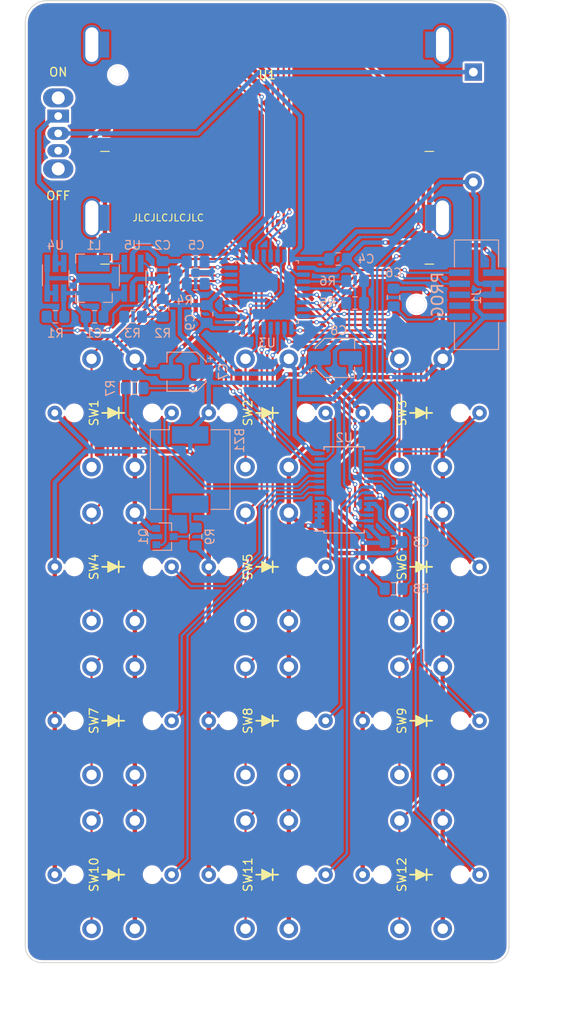
<source format=kicad_pcb>
(kicad_pcb (version 20171130) (host pcbnew "(5.1.0-0)")
  (layers (0 F.Cu signal) (31 B.Cu signal) (34 B.Paste user) (35 F.Paste user) (36 B.SilkS user) (37 F.SilkS user) (38 B.Mask user) (39 F.Mask user) (44 Edge.Cuts user))
  (net 0 "")
  (net 1 LED1)
  (net 2 LED2)
  (net 3 LED3)
  (net 4 LED4)
  (net 5 LED5)
  (net 6 LED6)
  (net 7 LED7)
  (net 8 LED8)
  (net 9 LED9)
  (net 10 LED10)
  (net 11 LED11)
  (net 12 LED12)
  (net 13 "Net-(U3-Pad3)")
  (net 14 "Net-(U3-Pad2)")
  (net 15 "Net-(BT1-Pad1)")
  (net 16 "Net-(SW13-Pad3)")
  (net 17 "Net-(SW13-Pad1)")
  (net 18 LED_BL1)
  (net 19 LED_BL2)
  (net 20 LED_BL3)
  (net 21 LED_BL4)
  (net 22 GND)
  (net 23 "Net-(C1-Pad1)")
  (net 24 +3V3)
  (net 25 "Net-(L1-Pad1)")
  (net 26 "Net-(R1-Pad2)")
  (net 27 "Net-(R2-Pad2)")
  (net 28 "Net-(R4-Pad1)")
  (net 29 SDA)
  (net 30 SCL)
  (net 31 BTN1)
  (net 32 BTN4)
  (net 33 BTN2)
  (net 34 BTN3)
  (net 35 BTN5)
  (net 36 BTN6)
  (net 37 BTN7)
  (net 38 BTN8)
  (net 39 BTN9)
  (net 40 BTN10)
  (net 41 BTN11)
  (net 42 BTN12)
  (net 43 "Net-(C5-Pad1)")
  (net 44 MOSI)
  (net 45 SCK)
  (net 46 NRST)
  (net 47 "Net-(J1-Pad8)")
  (net 48 "Net-(J1-Pad7)")
  (net 49 "Net-(J1-Pad6)")
  (net 50 SWDIO)
  (net 51 "Net-(BZ1-Pad2)")
  (net 52 "Net-(Q1-Pad1)")
  (net 53 BUZZER)
  (net 54 SWCLK)
  (net 55 PCA9685_NOE)
  (net 56 PCD8544_NSCE)
  (net 57 PCD8544_NRST)
  (net 58 PCD8544_DNC)
  (module Resistor_SMD:R_0805_2012Metric_Pad1.15x1.40mm_HandSolder (layer B.Cu) (at 87.63 119.0625 90)
    (fp_text reference R9 (at 0 1.65 90) (layer B.SilkS) (effects (justify mirror)))
    (fp_text value 1K)
    (pad 2 smd roundrect (at 1.025 0 90) (size 1.15 1.4) (layers B.Cu B.Paste B.Mask) (roundrect_rratio 0.217391) (net 51 "Net-(BZ1-Pad2)"))
    (pad 1 smd roundrect (at -1.025 0 90) (size 1.15 1.4) (layers B.Cu B.Paste B.Mask) (roundrect_rratio 0.217391) (net 24 +3V3))
  )
  (module My_Library:Generic_LED_Tactile_Button (layer F.Cu) (at 95.885 104.775 90)
    (fp_text reference SW2 (at 0 -2.2225 90) (layer F.SilkS))
    (fp_text value SW_Push_LED)
    (pad "" np_thru_hole circle (at 0 4.5 90) (size 1.6764 1.6764) (drill 1.6764) (layers *.Cu *.Mask))
    (pad "" np_thru_hole circle (at 0 -4.5 90) (size 1.6764 1.6764) (drill 1.6764) (layers *.Cu *.Mask))
    (pad 3 thru_hole circle (at 0 6.74878 90) (size 1.6764 1.6764) (drill 0.79756) (layers *.Cu *.Mask) (net 2 LED2))
    (pad 1 thru_hole circle (at 6.2484 -2.49936 90) (size 2.159 2.159) (drill 1.19888) (layers *.Cu *.Mask) (net 33 BTN2))
    (pad 1 thru_hole circle (at -6.2484 -2.49936 90) (size 2.159 2.159) (drill 1.19888) (layers *.Cu *.Mask) (net 33 BTN2))
    (pad 2 thru_hole circle (at -6.2484 2.49936 90) (size 2.159 2.159) (drill 1.19888) (layers *.Cu *.Mask) (net 22 GND))
    (pad 4 thru_hole circle (at 0 -6.74878 90) (size 1.6764 1.6764) (drill 0.79756) (layers *.Cu *.Mask) (net 24 +3V3))
    (pad 2 thru_hole circle (at 6.2484 2.49936 90) (size 2.159 2.159) (drill 1.19888) (layers *.Cu *.Mask) (net 22 GND))
  )
  (module Capacitor_SMD:CP_Elec_4x4.5 (layer B.Cu) (at 86.5725 100.0125 180)
    (fp_text reference C7 (at -4.2325 0 270) (layer B.SilkS) (effects (justify mirror)))
    (fp_text value 47uF)
    (pad 2 smd roundrect (at 1.8 0 180) (size 2.6 1.6) (layers B.Cu B.Paste B.Mask) (roundrect_rratio 0.15625) (net 22 GND))
    (pad 1 smd roundrect (at -1.8 0 180) (size 2.6 1.6) (layers B.Cu B.Paste B.Mask) (roundrect_rratio 0.15625) (net 24 +3V3))
  )
  (module Resistor_SMD:R_0805_2012Metric_Pad1.15x1.40mm_HandSolder (layer B.Cu) (at 87.63 89.8525 180)
    (fp_text reference R4 (at 1.27 -1.905 180) (layer B.SilkS) (effects (justify mirror)))
    (fp_text value 10k)
    (pad 2 smd roundrect (at 1.025 0 180) (size 1.15 1.4) (layers B.Cu B.Paste B.Mask) (roundrect_rratio 0.217391) (net 22 GND))
    (pad 1 smd roundrect (at -1.025 0 180) (size 1.15 1.4) (layers B.Cu B.Paste B.Mask) (roundrect_rratio 0.217391) (net 28 "Net-(R4-Pad1)"))
  )
  (module My_Library:L_Bourns-SRN4018_With3DModel (layer B.Cu) (at 75.8825 89.2175 270)
    (fp_text reference L1 (at -3.81 0) (layer B.SilkS) (effects (justify mirror)))
    (fp_text value 4.7uH)
    (pad 2 smd rect (at 1.725 0 270) (size 1.9 3.6) (layers B.Cu B.Paste B.Mask) (net 23 "Net-(C1-Pad1)"))
    (pad 1 smd rect (at -1.725 0 270) (size 1.9 3.6) (layers B.Cu B.Paste B.Mask) (net 25 "Net-(L1-Pad1)"))
  )
  (module Capacitor_SMD:C_0805_2012Metric_Pad1.15x1.40mm_HandSolder (layer B.Cu) (at 88.9 93.345 270)
    (fp_text reference C9 (at 0.9525 1.905 90) (layer B.SilkS) (effects (justify mirror)))
    (fp_text value 100nF)
    (pad 2 smd roundrect (at 1.025 0 270) (size 1.15 1.4) (layers B.Cu B.Paste B.Mask) (roundrect_rratio 0.217391) (net 22 GND))
    (pad 1 smd roundrect (at -1.025 0 270) (size 1.15 1.4) (layers B.Cu B.Paste B.Mask) (roundrect_rratio 0.217391) (net 24 +3V3))
  )
  (module Package_TO_SOT_SMD:TSOT-23-6_HandSoldering (layer B.Cu) (at 80.3275 89.2175 270)
    (fp_text reference U5 (at -3.81 0) (layer B.SilkS) (effects (justify mirror)))
    (fp_text value AAT1217)
    (pad 6 smd rect (at 1.71 0.95 270) (size 2 0.65) (layers B.Cu B.Paste B.Mask) (net 23 "Net-(C1-Pad1)"))
    (pad 5 smd rect (at 1.71 0 270) (size 2 0.65) (layers B.Cu B.Paste B.Mask) (net 24 +3V3))
    (pad 4 smd rect (at 1.71 -0.95 270) (size 2 0.65) (layers B.Cu B.Paste B.Mask) (net 26 "Net-(R1-Pad2)"))
    (pad 3 smd rect (at -1.71 -0.95 270) (size 2 0.65) (layers B.Cu B.Paste B.Mask) (net 27 "Net-(R2-Pad2)"))
    (pad 2 smd rect (at -1.71 0 270) (size 2 0.65) (layers B.Cu B.Paste B.Mask) (net 22 GND))
    (pad 1 smd rect (at -1.71 0.95 270) (size 2 0.65) (layers B.Cu B.Paste B.Mask) (net 25 "Net-(L1-Pad1)"))
  )
  (module My_Library:Buzzer_CUI_CPT-9019S-SMT_With3DModel (layer B.Cu) (at 86.995 111.315 270)
    (fp_text reference BZ1 (at -3.365 -5.715 270) (layer B.SilkS) (effects (justify mirror)))
    (fp_text value Buzzer)
    (pad 2 smd rect (at 4 0 270) (size 2 4.2) (layers B.Cu B.Paste B.Mask) (net 51 "Net-(BZ1-Pad2)"))
    (pad 1 smd rect (at -4 0 270) (size 2 4.2) (layers B.Cu B.Paste B.Mask) (net 24 +3V3))
  )
  (module My_Library:Amphenol_FCI_ShroudedSocket_2x05_P1.27mm_Vertical_SMD (layer B.Cu) (at 120.06 91.1225 270)
    (fp_text reference J1 (at 0.254 0 270) (layer B.SilkS) (effects (justify mirror)))
    (fp_text value Conn_ARM_JTAG_SWD_10)
    (pad 1 smd rect (at -2.54 -1.95 180) (size 2.4 0.74) (layers B.Cu B.Paste B.Mask) (net 24 +3V3))
    (pad 5 smd rect (at 0 -1.95 180) (size 2.4 0.74) (layers B.Cu B.Paste B.Mask) (net 22 GND))
    (pad 6 smd rect (at 0 1.95 180) (size 2.4 0.74) (layers B.Cu B.Paste B.Mask) (net 49 "Net-(J1-Pad6)"))
    (pad 7 smd rect (at 1.27 -1.95 180) (size 2.4 0.74) (layers B.Cu B.Paste B.Mask) (net 48 "Net-(J1-Pad7)"))
    (pad 8 smd rect (at 1.27 1.95 180) (size 2.4 0.74) (layers B.Cu B.Paste B.Mask) (net 47 "Net-(J1-Pad8)"))
    (pad 9 smd rect (at 2.54 -1.95 180) (size 2.4 0.74) (layers B.Cu B.Paste B.Mask) (net 22 GND))
    (pad 10 smd rect (at 2.54 1.95 180) (size 2.4 0.74) (layers B.Cu B.Paste B.Mask) (net 46 NRST))
    (pad 2 smd rect (at -2.54 1.95 180) (size 2.4 0.74) (layers B.Cu B.Paste B.Mask) (net 50 SWDIO))
    (pad 3 smd rect (at -1.27 -1.95 180) (size 2.4 0.74) (layers B.Cu B.Paste B.Mask) (net 22 GND))
    (pad 4 smd rect (at -1.27 1.95 180) (size 2.4 0.74) (layers B.Cu B.Paste B.Mask) (net 54 SWCLK))
  )
  (module Resistor_SMD:R_0805_2012Metric_Pad1.15x1.40mm_HandSolder (layer B.Cu) (at 110.49 125.095)
    (fp_text reference R8 (at 3.175 0) (layer B.SilkS) (effects (justify mirror)))
    (fp_text value 10K)
    (pad 2 smd roundrect (at 1.025 0) (size 1.15 1.4) (layers B.Cu B.Paste B.Mask) (roundrect_rratio 0.217391) (net 55 PCA9685_NOE))
    (pad 1 smd roundrect (at -1.025 0) (size 1.15 1.4) (layers B.Cu B.Paste B.Mask) (roundrect_rratio 0.217391) (net 24 +3V3))
  )
  (module Capacitor_SMD:CP_Elec_4x4.5 (layer B.Cu) (at 103.7175 98.425)
    (fp_text reference C8 (at 0.4225 -3.175) (layer B.SilkS) (effects (justify mirror)))
    (fp_text value 47uF)
    (pad 2 smd roundrect (at 1.8 0) (size 2.6 1.6) (layers B.Cu B.Paste B.Mask) (roundrect_rratio 0.15625) (net 22 GND))
    (pad 1 smd roundrect (at -1.8 0) (size 2.6 1.6) (layers B.Cu B.Paste B.Mask) (roundrect_rratio 0.15625) (net 24 +3V3))
  )
  (module Resistor_SMD:R_0805_2012Metric_Pad1.15x1.40mm_HandSolder (layer B.Cu) (at 80.5725 101.9175)
    (fp_text reference R7 (at -2.785 0 90) (layer B.SilkS) (effects (justify mirror)))
    (fp_text value 20k)
    (pad 2 smd roundrect (at 1.025 0) (size 1.15 1.4) (layers B.Cu B.Paste B.Mask) (roundrect_rratio 0.217391) (net 53 BUZZER))
    (pad 1 smd roundrect (at -1.025 0) (size 1.15 1.4) (layers B.Cu B.Paste B.Mask) (roundrect_rratio 0.217391) (net 52 "Net-(Q1-Pad1)"))
  )
  (module Package_TO_SOT_SMD:SOT-23 (layer B.Cu) (at 84.09 119.0625)
    (fp_text reference Q1 (at -2.4925 0 90) (layer B.SilkS) (effects (justify mirror)))
    (fp_text value BC817)
    (pad 3 smd rect (at 1 0) (size 0.9 0.8) (layers B.Cu B.Paste B.Mask) (net 51 "Net-(BZ1-Pad2)"))
    (pad 2 smd rect (at -1 -0.95) (size 0.9 0.8) (layers B.Cu B.Paste B.Mask) (net 22 GND))
    (pad 1 smd rect (at -1 0.95) (size 0.9 0.8) (layers B.Cu B.Paste B.Mask) (net 52 "Net-(Q1-Pad1)"))
  )
  (module My_Library:Generic_LED_Tactile_Button (layer F.Cu) (at 78.105 104.775 90)
    (fp_text reference SW1 (at 0 -2.2225 90) (layer F.SilkS))
    (fp_text value SW_Push_LED)
    (pad "" np_thru_hole circle (at 0 4.5 90) (size 1.6764 1.6764) (drill 1.6764) (layers *.Cu *.Mask))
    (pad "" np_thru_hole circle (at 0 -4.5 90) (size 1.6764 1.6764) (drill 1.6764) (layers *.Cu *.Mask))
    (pad 3 thru_hole circle (at 0 6.74878 90) (size 1.6764 1.6764) (drill 0.79756) (layers *.Cu *.Mask) (net 1 LED1))
    (pad 1 thru_hole circle (at 6.2484 -2.49936 90) (size 2.159 2.159) (drill 1.19888) (layers *.Cu *.Mask) (net 31 BTN1))
    (pad 1 thru_hole circle (at -6.2484 -2.49936 90) (size 2.159 2.159) (drill 1.19888) (layers *.Cu *.Mask) (net 31 BTN1))
    (pad 2 thru_hole circle (at -6.2484 2.49936 90) (size 2.159 2.159) (drill 1.19888) (layers *.Cu *.Mask) (net 22 GND))
    (pad 4 thru_hole circle (at 0 -6.74878 90) (size 1.6764 1.6764) (drill 0.79756) (layers *.Cu *.Mask) (net 24 +3V3))
    (pad 2 thru_hole circle (at 6.2484 2.49936 90) (size 2.159 2.159) (drill 1.19888) (layers *.Cu *.Mask) (net 22 GND))
  )
  (module My_Library:Generic_LED_Tactile_Button (layer F.Cu) (at 113.665 104.775 90)
    (fp_text reference SW3 (at 0 -2.2225 90) (layer F.SilkS))
    (fp_text value SW_Push_LED)
    (pad "" np_thru_hole circle (at 0 4.5 90) (size 1.6764 1.6764) (drill 1.6764) (layers *.Cu *.Mask))
    (pad "" np_thru_hole circle (at 0 -4.5 90) (size 1.6764 1.6764) (drill 1.6764) (layers *.Cu *.Mask))
    (pad 3 thru_hole circle (at 0 6.74878 90) (size 1.6764 1.6764) (drill 0.79756) (layers *.Cu *.Mask) (net 3 LED3))
    (pad 1 thru_hole circle (at 6.2484 -2.49936 90) (size 2.159 2.159) (drill 1.19888) (layers *.Cu *.Mask) (net 34 BTN3))
    (pad 1 thru_hole circle (at -6.2484 -2.49936 90) (size 2.159 2.159) (drill 1.19888) (layers *.Cu *.Mask) (net 34 BTN3))
    (pad 2 thru_hole circle (at -6.2484 2.49936 90) (size 2.159 2.159) (drill 1.19888) (layers *.Cu *.Mask) (net 22 GND))
    (pad 4 thru_hole circle (at 0 -6.74878 90) (size 1.6764 1.6764) (drill 0.79756) (layers *.Cu *.Mask) (net 24 +3V3))
    (pad 2 thru_hole circle (at 6.2484 2.49936 90) (size 2.159 2.159) (drill 1.19888) (layers *.Cu *.Mask) (net 22 GND))
  )
  (module My_Library:Generic_LED_Tactile_Button (layer F.Cu) (at 78.105 122.555 90)
    (fp_text reference SW4 (at 0 -2.2225 90) (layer F.SilkS))
    (fp_text value SW_Push_LED)
    (pad "" np_thru_hole circle (at 0 4.5 90) (size 1.6764 1.6764) (drill 1.6764) (layers *.Cu *.Mask))
    (pad "" np_thru_hole circle (at 0 -4.5 90) (size 1.6764 1.6764) (drill 1.6764) (layers *.Cu *.Mask))
    (pad 3 thru_hole circle (at 0 6.74878 90) (size 1.6764 1.6764) (drill 0.79756) (layers *.Cu *.Mask) (net 4 LED4))
    (pad 1 thru_hole circle (at 6.2484 -2.49936 90) (size 2.159 2.159) (drill 1.19888) (layers *.Cu *.Mask) (net 32 BTN4))
    (pad 1 thru_hole circle (at -6.2484 -2.49936 90) (size 2.159 2.159) (drill 1.19888) (layers *.Cu *.Mask) (net 32 BTN4))
    (pad 2 thru_hole circle (at -6.2484 2.49936 90) (size 2.159 2.159) (drill 1.19888) (layers *.Cu *.Mask) (net 22 GND))
    (pad 4 thru_hole circle (at 0 -6.74878 90) (size 1.6764 1.6764) (drill 0.79756) (layers *.Cu *.Mask) (net 24 +3V3))
    (pad 2 thru_hole circle (at 6.2484 2.49936 90) (size 2.159 2.159) (drill 1.19888) (layers *.Cu *.Mask) (net 22 GND))
  )
  (module My_Library:Generic_LED_Tactile_Button (layer F.Cu) (at 95.885 122.555 90)
    (fp_text reference SW5 (at 0 -2.2225 90) (layer F.SilkS))
    (fp_text value SW_Push_LED)
    (pad "" np_thru_hole circle (at 0 4.5 90) (size 1.6764 1.6764) (drill 1.6764) (layers *.Cu *.Mask))
    (pad "" np_thru_hole circle (at 0 -4.5 90) (size 1.6764 1.6764) (drill 1.6764) (layers *.Cu *.Mask))
    (pad 3 thru_hole circle (at 0 6.74878 90) (size 1.6764 1.6764) (drill 0.79756) (layers *.Cu *.Mask) (net 5 LED5))
    (pad 1 thru_hole circle (at 6.2484 -2.49936 90) (size 2.159 2.159) (drill 1.19888) (layers *.Cu *.Mask) (net 35 BTN5))
    (pad 1 thru_hole circle (at -6.2484 -2.49936 90) (size 2.159 2.159) (drill 1.19888) (layers *.Cu *.Mask) (net 35 BTN5))
    (pad 2 thru_hole circle (at -6.2484 2.49936 90) (size 2.159 2.159) (drill 1.19888) (layers *.Cu *.Mask) (net 22 GND))
    (pad 4 thru_hole circle (at 0 -6.74878 90) (size 1.6764 1.6764) (drill 0.79756) (layers *.Cu *.Mask) (net 24 +3V3))
    (pad 2 thru_hole circle (at 6.2484 2.49936 90) (size 2.159 2.159) (drill 1.19888) (layers *.Cu *.Mask) (net 22 GND))
  )
  (module My_Library:Generic_LED_Tactile_Button (layer F.Cu) (at 113.665 122.555 90)
    (fp_text reference SW6 (at 0 -2.2225 90) (layer F.SilkS))
    (fp_text value SW_Push_LED)
    (pad "" np_thru_hole circle (at 0 4.5 90) (size 1.6764 1.6764) (drill 1.6764) (layers *.Cu *.Mask))
    (pad "" np_thru_hole circle (at 0 -4.5 90) (size 1.6764 1.6764) (drill 1.6764) (layers *.Cu *.Mask))
    (pad 3 thru_hole circle (at 0 6.74878 90) (size 1.6764 1.6764) (drill 0.79756) (layers *.Cu *.Mask) (net 6 LED6))
    (pad 1 thru_hole circle (at 6.2484 -2.49936 90) (size 2.159 2.159) (drill 1.19888) (layers *.Cu *.Mask) (net 36 BTN6))
    (pad 1 thru_hole circle (at -6.2484 -2.49936 90) (size 2.159 2.159) (drill 1.19888) (layers *.Cu *.Mask) (net 36 BTN6))
    (pad 2 thru_hole circle (at -6.2484 2.49936 90) (size 2.159 2.159) (drill 1.19888) (layers *.Cu *.Mask) (net 22 GND))
    (pad 4 thru_hole circle (at 0 -6.74878 90) (size 1.6764 1.6764) (drill 0.79756) (layers *.Cu *.Mask) (net 24 +3V3))
    (pad 2 thru_hole circle (at 6.2484 2.49936 90) (size 2.159 2.159) (drill 1.19888) (layers *.Cu *.Mask) (net 22 GND))
  )
  (module My_Library:Generic_LED_Tactile_Button (layer F.Cu) (at 78.105 140.335 90)
    (fp_text reference SW7 (at 0 -2.2225 90) (layer F.SilkS))
    (fp_text value SW_Push_LED)
    (pad "" np_thru_hole circle (at 0 4.5 90) (size 1.6764 1.6764) (drill 1.6764) (layers *.Cu *.Mask))
    (pad "" np_thru_hole circle (at 0 -4.5 90) (size 1.6764 1.6764) (drill 1.6764) (layers *.Cu *.Mask))
    (pad 3 thru_hole circle (at 0 6.74878 90) (size 1.6764 1.6764) (drill 0.79756) (layers *.Cu *.Mask) (net 7 LED7))
    (pad 1 thru_hole circle (at 6.2484 -2.49936 90) (size 2.159 2.159) (drill 1.19888) (layers *.Cu *.Mask) (net 37 BTN7))
    (pad 1 thru_hole circle (at -6.2484 -2.49936 90) (size 2.159 2.159) (drill 1.19888) (layers *.Cu *.Mask) (net 37 BTN7))
    (pad 2 thru_hole circle (at -6.2484 2.49936 90) (size 2.159 2.159) (drill 1.19888) (layers *.Cu *.Mask) (net 22 GND))
    (pad 4 thru_hole circle (at 0 -6.74878 90) (size 1.6764 1.6764) (drill 0.79756) (layers *.Cu *.Mask) (net 24 +3V3))
    (pad 2 thru_hole circle (at 6.2484 2.49936 90) (size 2.159 2.159) (drill 1.19888) (layers *.Cu *.Mask) (net 22 GND))
  )
  (module My_Library:Generic_LED_Tactile_Button (layer F.Cu) (at 95.885 140.335 90)
    (fp_text reference SW8 (at 0 -2.2225 90) (layer F.SilkS))
    (fp_text value SW_Push_LED)
    (pad "" np_thru_hole circle (at 0 4.5 90) (size 1.6764 1.6764) (drill 1.6764) (layers *.Cu *.Mask))
    (pad "" np_thru_hole circle (at 0 -4.5 90) (size 1.6764 1.6764) (drill 1.6764) (layers *.Cu *.Mask))
    (pad 3 thru_hole circle (at 0 6.74878 90) (size 1.6764 1.6764) (drill 0.79756) (layers *.Cu *.Mask) (net 8 LED8))
    (pad 1 thru_hole circle (at 6.2484 -2.49936 90) (size 2.159 2.159) (drill 1.19888) (layers *.Cu *.Mask) (net 38 BTN8))
    (pad 1 thru_hole circle (at -6.2484 -2.49936 90) (size 2.159 2.159) (drill 1.19888) (layers *.Cu *.Mask) (net 38 BTN8))
    (pad 2 thru_hole circle (at -6.2484 2.49936 90) (size 2.159 2.159) (drill 1.19888) (layers *.Cu *.Mask) (net 22 GND))
    (pad 4 thru_hole circle (at 0 -6.74878 90) (size 1.6764 1.6764) (drill 0.79756) (layers *.Cu *.Mask) (net 24 +3V3))
    (pad 2 thru_hole circle (at 6.2484 2.49936 90) (size 2.159 2.159) (drill 1.19888) (layers *.Cu *.Mask) (net 22 GND))
  )
  (module My_Library:Generic_LED_Tactile_Button (layer F.Cu) (at 113.665 140.335 90)
    (fp_text reference SW9 (at 0 -2.2225 90) (layer F.SilkS))
    (fp_text value SW_Push_LED)
    (pad "" np_thru_hole circle (at 0 4.5 90) (size 1.6764 1.6764) (drill 1.6764) (layers *.Cu *.Mask))
    (pad "" np_thru_hole circle (at 0 -4.5 90) (size 1.6764 1.6764) (drill 1.6764) (layers *.Cu *.Mask))
    (pad 3 thru_hole circle (at 0 6.74878 90) (size 1.6764 1.6764) (drill 0.79756) (layers *.Cu *.Mask) (net 9 LED9))
    (pad 1 thru_hole circle (at 6.2484 -2.49936 90) (size 2.159 2.159) (drill 1.19888) (layers *.Cu *.Mask) (net 39 BTN9))
    (pad 1 thru_hole circle (at -6.2484 -2.49936 90) (size 2.159 2.159) (drill 1.19888) (layers *.Cu *.Mask) (net 39 BTN9))
    (pad 2 thru_hole circle (at -6.2484 2.49936 90) (size 2.159 2.159) (drill 1.19888) (layers *.Cu *.Mask) (net 22 GND))
    (pad 4 thru_hole circle (at 0 -6.74878 90) (size 1.6764 1.6764) (drill 0.79756) (layers *.Cu *.Mask) (net 24 +3V3))
    (pad 2 thru_hole circle (at 6.2484 2.49936 90) (size 2.159 2.159) (drill 1.19888) (layers *.Cu *.Mask) (net 22 GND))
  )
  (module My_Library:Generic_LED_Tactile_Button (layer F.Cu) (at 78.105 158.115 90)
    (fp_text reference SW10 (at 0 -2.2225 90) (layer F.SilkS))
    (fp_text value SW_Push_LED)
    (pad "" np_thru_hole circle (at 0 4.5 90) (size 1.6764 1.6764) (drill 1.6764) (layers *.Cu *.Mask))
    (pad "" np_thru_hole circle (at 0 -4.5 90) (size 1.6764 1.6764) (drill 1.6764) (layers *.Cu *.Mask))
    (pad 3 thru_hole circle (at 0 6.74878 90) (size 1.6764 1.6764) (drill 0.79756) (layers *.Cu *.Mask) (net 10 LED10))
    (pad 1 thru_hole circle (at 6.2484 -2.49936 90) (size 2.159 2.159) (drill 1.19888) (layers *.Cu *.Mask) (net 40 BTN10))
    (pad 1 thru_hole circle (at -6.2484 -2.49936 90) (size 2.159 2.159) (drill 1.19888) (layers *.Cu *.Mask) (net 40 BTN10))
    (pad 2 thru_hole circle (at -6.2484 2.49936 90) (size 2.159 2.159) (drill 1.19888) (layers *.Cu *.Mask) (net 22 GND))
    (pad 4 thru_hole circle (at 0 -6.74878 90) (size 1.6764 1.6764) (drill 0.79756) (layers *.Cu *.Mask) (net 24 +3V3))
    (pad 2 thru_hole circle (at 6.2484 2.49936 90) (size 2.159 2.159) (drill 1.19888) (layers *.Cu *.Mask) (net 22 GND))
  )
  (module My_Library:Generic_LED_Tactile_Button (layer F.Cu) (at 95.885 158.115 90)
    (fp_text reference SW11 (at 0 -2.2225 90) (layer F.SilkS))
    (fp_text value SW_Push_LED)
    (pad "" np_thru_hole circle (at 0 4.5 90) (size 1.6764 1.6764) (drill 1.6764) (layers *.Cu *.Mask))
    (pad "" np_thru_hole circle (at 0 -4.5 90) (size 1.6764 1.6764) (drill 1.6764) (layers *.Cu *.Mask))
    (pad 3 thru_hole circle (at 0 6.74878 90) (size 1.6764 1.6764) (drill 0.79756) (layers *.Cu *.Mask) (net 11 LED11))
    (pad 1 thru_hole circle (at 6.2484 -2.49936 90) (size 2.159 2.159) (drill 1.19888) (layers *.Cu *.Mask) (net 41 BTN11))
    (pad 1 thru_hole circle (at -6.2484 -2.49936 90) (size 2.159 2.159) (drill 1.19888) (layers *.Cu *.Mask) (net 41 BTN11))
    (pad 2 thru_hole circle (at -6.2484 2.49936 90) (size 2.159 2.159) (drill 1.19888) (layers *.Cu *.Mask) (net 22 GND))
    (pad 4 thru_hole circle (at 0 -6.74878 90) (size 1.6764 1.6764) (drill 0.79756) (layers *.Cu *.Mask) (net 24 +3V3))
    (pad 2 thru_hole circle (at 6.2484 2.49936 90) (size 2.159 2.159) (drill 1.19888) (layers *.Cu *.Mask) (net 22 GND))
  )
  (module My_Library:Generic_LED_Tactile_Button (layer F.Cu) (at 113.665 158.115 90)
    (fp_text reference SW12 (at 0 -2.2225 90) (layer F.SilkS))
    (fp_text value SW_Push_LED)
    (pad "" np_thru_hole circle (at 0 4.5 90) (size 1.6764 1.6764) (drill 1.6764) (layers *.Cu *.Mask))
    (pad "" np_thru_hole circle (at 0 -4.5 90) (size 1.6764 1.6764) (drill 1.6764) (layers *.Cu *.Mask))
    (pad 3 thru_hole circle (at 0 6.74878 90) (size 1.6764 1.6764) (drill 0.79756) (layers *.Cu *.Mask) (net 12 LED12))
    (pad 1 thru_hole circle (at 6.2484 -2.49936 90) (size 2.159 2.159) (drill 1.19888) (layers *.Cu *.Mask) (net 42 BTN12))
    (pad 1 thru_hole circle (at -6.2484 -2.49936 90) (size 2.159 2.159) (drill 1.19888) (layers *.Cu *.Mask) (net 42 BTN12))
    (pad 2 thru_hole circle (at -6.2484 2.49936 90) (size 2.159 2.159) (drill 1.19888) (layers *.Cu *.Mask) (net 22 GND))
    (pad 4 thru_hole circle (at 0 -6.74878 90) (size 1.6764 1.6764) (drill 0.79756) (layers *.Cu *.Mask) (net 24 +3V3))
    (pad 2 thru_hole circle (at 6.2484 2.49936 90) (size 2.159 2.159) (drill 1.19888) (layers *.Cu *.Mask) (net 22 GND))
  )
  (module Package_QFP:LQFP-32_7x7mm_P0.8mm (layer B.Cu) (at 95.885 90.805)
    (fp_text reference U3 (at 0 5.88) (layer B.SilkS) (effects (justify mirror)))
    (fp_text value STM32L412KB)
    (pad 32 smd roundrect (at -2.8 4.175) (size 0.5 1.5) (layers B.Cu B.Paste B.Mask) (net 22 GND))
    (pad 31 smd roundrect (at -2 4.175) (size 0.5 1.5) (layers B.Cu B.Paste B.Mask) (net 28 "Net-(R4-Pad1)"))
    (pad 30 smd roundrect (at -1.2 4.175) (size 0.5 1.5) (layers B.Cu B.Paste B.Mask) (net 33 BTN2))
    (pad 29 smd roundrect (at -0.4 4.175) (size 0.5 1.5) (layers B.Cu B.Paste B.Mask) (net 35 BTN5))
    (pad 28 smd roundrect (at 0.4 4.175) (size 0.5 1.5) (layers B.Cu B.Paste B.Mask) (net 38 BTN8))
    (pad 27 smd roundrect (at 1.2 4.175) (size 0.5 1.5) (layers B.Cu B.Paste B.Mask) (net 41 BTN11))
    (pad 26 smd roundrect (at 2 4.175) (size 0.5 1.5) (layers B.Cu B.Paste B.Mask) (net 34 BTN3))
    (pad 25 smd roundrect (at 2.8 4.175) (size 0.5 1.5) (layers B.Cu B.Paste B.Mask) (net 36 BTN6))
    (pad 24 smd roundrect (at 4.175 2.8) (size 1.5 0.5) (layers B.Cu B.Paste B.Mask) (net 54 SWCLK))
    (pad 23 smd roundrect (at 4.175 2) (size 1.5 0.5) (layers B.Cu B.Paste B.Mask) (net 50 SWDIO))
    (pad 22 smd roundrect (at 4.175 1.2) (size 1.5 0.5) (layers B.Cu B.Paste B.Mask) (net 39 BTN9))
    (pad 21 smd roundrect (at 4.175 0.4) (size 1.5 0.5) (layers B.Cu B.Paste B.Mask) (net 42 BTN12))
    (pad 20 smd roundrect (at 4.175 -0.4) (size 1.5 0.5) (layers B.Cu B.Paste B.Mask) (net 29 SDA))
    (pad 19 smd roundrect (at 4.175 -1.2) (size 1.5 0.5) (layers B.Cu B.Paste B.Mask) (net 30 SCL))
    (pad 18 smd roundrect (at 4.175 -2) (size 1.5 0.5) (layers B.Cu B.Paste B.Mask) (net 56 PCD8544_NSCE))
    (pad 17 smd roundrect (at 4.175 -2.8) (size 1.5 0.5) (layers B.Cu B.Paste B.Mask) (net 24 +3V3))
    (pad 16 smd roundrect (at 2.8 -4.175) (size 0.5 1.5) (layers B.Cu B.Paste B.Mask) (net 22 GND))
    (pad 15 smd roundrect (at 2 -4.175) (size 0.5 1.5) (layers B.Cu B.Paste B.Mask) (net 53 BUZZER))
    (pad 14 smd roundrect (at 1.2 -4.175) (size 0.5 1.5) (layers B.Cu B.Paste B.Mask) (net 57 PCD8544_NRST))
    (pad 13 smd roundrect (at 0.4 -4.175) (size 0.5 1.5) (layers B.Cu B.Paste B.Mask) (net 44 MOSI))
    (pad 12 smd roundrect (at -0.4 -4.175) (size 0.5 1.5) (layers B.Cu B.Paste B.Mask) (net 55 PCA9685_NOE))
    (pad 11 smd roundrect (at -1.2 -4.175) (size 0.5 1.5) (layers B.Cu B.Paste B.Mask) (net 45 SCK))
    (pad 10 smd roundrect (at -2 -4.175) (size 0.5 1.5) (layers B.Cu B.Paste B.Mask) (net 58 PCD8544_DNC))
    (pad 9 smd roundrect (at -2.8 -4.175) (size 0.5 1.5) (layers B.Cu B.Paste B.Mask) (net 31 BTN1))
    (pad 8 smd roundrect (at -4.175 -2.8) (size 1.5 0.5) (layers B.Cu B.Paste B.Mask) (net 32 BTN4))
    (pad 7 smd roundrect (at -4.175 -2) (size 1.5 0.5) (layers B.Cu B.Paste B.Mask) (net 37 BTN7))
    (pad 6 smd roundrect (at -4.175 -1.2) (size 1.5 0.5) (layers B.Cu B.Paste B.Mask) (net 40 BTN10))
    (pad 5 smd roundrect (at -4.175 -0.4) (size 1.5 0.5) (layers B.Cu B.Paste B.Mask) (net 24 +3V3))
    (pad 4 smd roundrect (at -4.175 0.4) (size 1.5 0.5) (layers B.Cu B.Paste B.Mask) (net 46 NRST))
    (pad 3 smd roundrect (at -4.175 1.2) (size 1.5 0.5) (layers B.Cu B.Paste B.Mask) (net 13 "Net-(U3-Pad3)"))
    (pad 2 smd roundrect (at -4.175 2) (size 1.5 0.5) (layers B.Cu B.Paste B.Mask) (net 14 "Net-(U3-Pad2)"))
    (pad 1 smd roundrect (at -4.175 2.8) (size 1.5 0.5) (layers B.Cu B.Paste B.Mask) (net 24 +3V3))
  )
  (module Package_SO:TSSOP-28_4.4x9.7mm_P0.65mm (layer B.Cu) (at 104.775 113.665)
    (fp_text reference U2 (at 0 -6.0325) (layer B.SilkS) (effects (justify mirror)))
    (fp_text value PCA9685PW)
    (pad 28 smd rect (at 2.85 4.225) (size 1.1 0.4) (layers B.Cu B.Paste B.Mask) (net 24 +3V3))
    (pad 27 smd rect (at 2.85 3.575) (size 1.1 0.4) (layers B.Cu B.Paste B.Mask) (net 29 SDA))
    (pad 26 smd rect (at 2.85 2.925) (size 1.1 0.4) (layers B.Cu B.Paste B.Mask) (net 30 SCL))
    (pad 25 smd rect (at 2.85 2.275) (size 1.1 0.4) (layers B.Cu B.Paste B.Mask) (net 22 GND))
    (pad 24 smd rect (at 2.85 1.625) (size 1.1 0.4) (layers B.Cu B.Paste B.Mask) (net 22 GND))
    (pad 23 smd rect (at 2.85 0.975) (size 1.1 0.4) (layers B.Cu B.Paste B.Mask) (net 55 PCA9685_NOE))
    (pad 22 smd rect (at 2.85 0.325) (size 1.1 0.4) (layers B.Cu B.Paste B.Mask) (net 11 LED11))
    (pad 21 smd rect (at 2.85 -0.325) (size 1.1 0.4) (layers B.Cu B.Paste B.Mask) (net 8 LED8))
    (pad 20 smd rect (at 2.85 -0.975) (size 1.1 0.4) (layers B.Cu B.Paste B.Mask) (net 12 LED12))
    (pad 19 smd rect (at 2.85 -1.625) (size 1.1 0.4) (layers B.Cu B.Paste B.Mask) (net 9 LED9))
    (pad 18 smd rect (at 2.85 -2.275) (size 1.1 0.4) (layers B.Cu B.Paste B.Mask) (net 6 LED6))
    (pad 17 smd rect (at 2.85 -2.925) (size 1.1 0.4) (layers B.Cu B.Paste B.Mask) (net 3 LED3))
    (pad 16 smd rect (at 2.85 -3.575) (size 1.1 0.4) (layers B.Cu B.Paste B.Mask) (net 20 LED_BL3))
    (pad 15 smd rect (at 2.85 -4.225) (size 1.1 0.4) (layers B.Cu B.Paste B.Mask) (net 21 LED_BL4))
    (pad 14 smd rect (at -2.85 -4.225) (size 1.1 0.4) (layers B.Cu B.Paste B.Mask) (net 22 GND))
    (pad 13 smd rect (at -2.85 -3.575) (size 1.1 0.4) (layers B.Cu B.Paste B.Mask) (net 2 LED2))
    (pad 12 smd rect (at -2.85 -2.925) (size 1.1 0.4) (layers B.Cu B.Paste B.Mask) (net 18 LED_BL1))
    (pad 11 smd rect (at -2.85 -2.275) (size 1.1 0.4) (layers B.Cu B.Paste B.Mask) (net 19 LED_BL2))
    (pad 10 smd rect (at -2.85 -1.625) (size 1.1 0.4) (layers B.Cu B.Paste B.Mask) (net 1 LED1))
    (pad 9 smd rect (at -2.85 -0.975) (size 1.1 0.4) (layers B.Cu B.Paste B.Mask) (net 4 LED4))
    (pad 8 smd rect (at -2.85 -0.325) (size 1.1 0.4) (layers B.Cu B.Paste B.Mask) (net 7 LED7))
    (pad 7 smd rect (at -2.85 0.325) (size 1.1 0.4) (layers B.Cu B.Paste B.Mask) (net 10 LED10))
    (pad 6 smd rect (at -2.85 0.975) (size 1.1 0.4) (layers B.Cu B.Paste B.Mask) (net 5 LED5))
    (pad 5 smd rect (at -2.85 1.625) (size 1.1 0.4) (layers B.Cu B.Paste B.Mask) (net 22 GND))
    (pad 4 smd rect (at -2.85 2.275) (size 1.1 0.4) (layers B.Cu B.Paste B.Mask) (net 22 GND))
    (pad 3 smd rect (at -2.85 2.925) (size 1.1 0.4) (layers B.Cu B.Paste B.Mask) (net 22 GND))
    (pad 2 smd rect (at -2.85 3.575) (size 1.1 0.4) (layers B.Cu B.Paste B.Mask) (net 22 GND))
    (pad 1 smd rect (at -2.85 4.225) (size 1.1 0.4) (layers B.Cu B.Paste B.Mask) (net 22 GND))
  )
  (module Capacitor_SMD:C_0805_2012Metric_Pad1.15x1.40mm_HandSolder (layer B.Cu) (at 75.955 93.6625 180)
    (fp_text reference C1 (at 0.0725 -1.905 180) (layer B.SilkS) (effects (justify mirror)))
    (fp_text value 4.7uF)
    (pad 2 smd roundrect (at 1.025 0 180) (size 1.15 1.4) (layers B.Cu B.Paste B.Mask) (roundrect_rratio 0.217391) (net 22 GND))
    (pad 1 smd roundrect (at -1.025 0 180) (size 1.15 1.4) (layers B.Cu B.Paste B.Mask) (roundrect_rratio 0.217391) (net 23 "Net-(C1-Pad1)"))
  )
  (module Capacitor_SMD:C_0805_2012Metric_Pad1.15x1.40mm_HandSolder (layer B.Cu) (at 83.82 88.265 90)
    (fp_text reference C2 (at 2.8575 0) (layer B.SilkS) (effects (justify mirror)))
    (fp_text value 4.7uF)
    (pad 2 smd roundrect (at 1.025 0 90) (size 1.15 1.4) (layers B.Cu B.Paste B.Mask) (roundrect_rratio 0.217391) (net 22 GND))
    (pad 1 smd roundrect (at -1.025 0 90) (size 1.15 1.4) (layers B.Cu B.Paste B.Mask) (roundrect_rratio 0.217391) (net 24 +3V3))
  )
  (module Resistor_SMD:R_0805_2012Metric_Pad1.15x1.40mm_HandSolder (layer B.Cu) (at 71.4375 93.6625 180)
    (fp_text reference R1 (at 0 -1.905 180) (layer B.SilkS) (effects (justify mirror)))
    (fp_text value 1M)
    (pad 2 smd roundrect (at 1.025 0 180) (size 1.15 1.4) (layers B.Cu B.Paste B.Mask) (roundrect_rratio 0.217391) (net 26 "Net-(R1-Pad2)"))
    (pad 1 smd roundrect (at -1.025 0 180) (size 1.15 1.4) (layers B.Cu B.Paste B.Mask) (roundrect_rratio 0.217391) (net 23 "Net-(C1-Pad1)"))
  )
  (module Resistor_SMD:R_0805_2012Metric_Pad1.15x1.40mm_HandSolder (layer B.Cu) (at 83.82 92.6375 270)
    (fp_text reference R2 (at 2.93 0 180) (layer B.SilkS) (effects (justify mirror)))
    (fp_text value NC)
    (pad 2 smd roundrect (at 1.025 0 270) (size 1.15 1.4) (layers B.Cu B.Paste B.Mask) (roundrect_rratio 0.217391) (net 27 "Net-(R2-Pad2)"))
    (pad 1 smd roundrect (at -1.025 0 270) (size 1.15 1.4) (layers B.Cu B.Paste B.Mask) (roundrect_rratio 0.217391) (net 24 +3V3))
  )
  (module Resistor_SMD:R_0805_2012Metric_Pad1.15x1.40mm_HandSolder (layer B.Cu) (at 80.4 93.6625 180)
    (fp_text reference R3 (at 0.0725 -1.905) (layer B.SilkS) (effects (justify mirror)))
    (fp_text value NC)
    (pad 2 smd roundrect (at 1.025 0 180) (size 1.15 1.4) (layers B.Cu B.Paste B.Mask) (roundrect_rratio 0.217391) (net 22 GND))
    (pad 1 smd roundrect (at -1.025 0 180) (size 1.15 1.4) (layers B.Cu B.Paste B.Mask) (roundrect_rratio 0.217391) (net 27 "Net-(R2-Pad2)"))
  )
  (module Package_TO_SOT_SMD:TSOT-23-6_HandSoldering (layer B.Cu) (at 71.4375 89.2175 270)
    (fp_text reference U4 (at -3.81 0) (layer B.SilkS) (effects (justify mirror)))
    (fp_text value TPS27081A)
    (pad 6 smd rect (at 1.71 0.95 270) (size 2 0.65) (layers B.Cu B.Paste B.Mask) (net 22 GND))
    (pad 5 smd rect (at 1.71 0 270) (size 2 0.65) (layers B.Cu B.Paste B.Mask) (net 22 GND))
    (pad 4 smd rect (at 1.71 -0.95 270) (size 2 0.65) (layers B.Cu B.Paste B.Mask) (net 23 "Net-(C1-Pad1)"))
    (pad 3 smd rect (at -1.71 -0.95 270) (size 2 0.65) (layers B.Cu B.Paste B.Mask) (net 17 "Net-(SW13-Pad1)"))
    (pad 2 smd rect (at -1.71 0 270) (size 2 0.65) (layers B.Cu B.Paste B.Mask) (net 17 "Net-(SW13-Pad1)"))
    (pad 1 smd rect (at -1.71 0.95 270) (size 2 0.65) (layers B.Cu B.Paste B.Mask) (net 22 GND))
  )
  (module Capacitor_SMD:C_0805_2012Metric_Pad1.15x1.40mm_HandSolder (layer B.Cu) (at 110.49 119.6975)
    (fp_text reference C3 (at 3.175 0) (layer B.SilkS) (effects (justify mirror)))
    (fp_text value 100nF)
    (pad 2 smd roundrect (at 1.025 0) (size 1.15 1.4) (layers B.Cu B.Paste B.Mask) (roundrect_rratio 0.217391) (net 22 GND))
    (pad 1 smd roundrect (at -1.025 0) (size 1.15 1.4) (layers B.Cu B.Paste B.Mask) (roundrect_rratio 0.217391) (net 24 +3V3))
  )
  (module Capacitor_SMD:C_0805_2012Metric_Pad1.15x1.40mm_HandSolder (layer B.Cu) (at 104.0675 86.995 180)
    (fp_text reference C4 (at -3.2475 0 180) (layer B.SilkS) (effects (justify mirror)))
    (fp_text value 100nF)
    (pad 2 smd roundrect (at 1.025 0 180) (size 1.15 1.4) (layers B.Cu B.Paste B.Mask) (roundrect_rratio 0.217391) (net 22 GND))
    (pad 1 smd roundrect (at -1.025 0 180) (size 1.15 1.4) (layers B.Cu B.Paste B.Mask) (roundrect_rratio 0.217391) (net 24 +3V3))
  )
  (module Capacitor_SMD:C_0805_2012Metric_Pad1.15x1.40mm_HandSolder (layer B.Cu) (at 87.63 87.3125 180)
    (fp_text reference C5 (at -0.0725 1.905 180) (layer B.SilkS) (effects (justify mirror)))
    (fp_text value 100nF)
    (pad 2 smd roundrect (at 1.025 0 180) (size 1.15 1.4) (layers B.Cu B.Paste B.Mask) (roundrect_rratio 0.217391) (net 22 GND))
    (pad 1 smd roundrect (at -1.025 0 180) (size 1.15 1.4) (layers B.Cu B.Paste B.Mask) (roundrect_rratio 0.217391) (net 43 "Net-(C5-Pad1)"))
  )
  (module Resistor_SMD:R_0805_2012Metric_Pad1.15x1.40mm_HandSolder (layer B.Cu) (at 106.045 92.075 180)
    (fp_text reference R5 (at 3.175 0 180) (layer B.SilkS) (effects (justify mirror)))
    (fp_text value 4.7k)
    (pad 2 smd roundrect (at 1.025 0 180) (size 1.15 1.4) (layers B.Cu B.Paste B.Mask) (roundrect_rratio 0.217391) (net 29 SDA))
    (pad 1 smd roundrect (at -1.025 0 180) (size 1.15 1.4) (layers B.Cu B.Paste B.Mask) (roundrect_rratio 0.217391) (net 24 +3V3))
  )
  (module Resistor_SMD:R_0805_2012Metric_Pad1.15x1.40mm_HandSolder (layer B.Cu) (at 106.045 89.535 180)
    (fp_text reference R6 (at 3.175 0 180) (layer B.SilkS) (effects (justify mirror)))
    (fp_text value 4.7k)
    (pad 2 smd roundrect (at 1.025 0 180) (size 1.15 1.4) (layers B.Cu B.Paste B.Mask) (roundrect_rratio 0.217391) (net 30 SCL))
    (pad 1 smd roundrect (at -1.025 0 180) (size 1.15 1.4) (layers B.Cu B.Paste B.Mask) (roundrect_rratio 0.217391) (net 24 +3V3))
  )
  (module Capacitor_SMD:C_0805_2012Metric_Pad1.15x1.40mm_HandSolder (layer B.Cu) (at 110.49 91.44 90)
    (fp_text reference C6 (at 2.8575 0 180) (layer B.SilkS) (effects (justify mirror)))
    (fp_text value 100nF)
    (pad 2 smd roundrect (at 1.025 0 90) (size 1.15 1.4) (layers B.Cu B.Paste B.Mask) (roundrect_rratio 0.217391) (net 22 GND))
    (pad 1 smd roundrect (at -1.025 0 90) (size 1.15 1.4) (layers B.Cu B.Paste B.Mask) (roundrect_rratio 0.217391) (net 46 NRST))
  )
  (module Nokia_5110-3310_LCD:Nokia_5110-3310_LCD_NoSilkscreen (layer F.Cu) (at 95.885 59.73)
    (fp_text reference U1 (at 0 6) (layer F.SilkS))
    (fp_text value Nokia_5110_LCD)
    (pad "" thru_hole circle (at -17.25 6) (size 2 2) (drill 2) (layers *.Cu))
    (pad 3 smd rect (at -2 2.5) (size 0.6 3) (layers F.Cu F.Mask) (net 22 GND))
    (pad 4 smd rect (at -1 2.5) (size 0.6 3) (layers F.Cu F.Mask) (net 24 +3V3))
    (pad 5 smd rect (at 0 2.5) (size 0.6 3) (layers F.Cu F.Mask) (net 56 PCD8544_NSCE))
    (pad 2 smd rect (at -3 2.5) (size 0.6 3) (layers F.Cu F.Mask) (net 43 "Net-(C5-Pad1)"))
    (pad 1 smd rect (at -4 2.5) (size 0.6 3) (layers F.Cu F.Mask) (net 57 PCD8544_NRST))
    (pad 6 smd rect (at 1 2.5) (size 0.6 3) (layers F.Cu F.Mask) (net 58 PCD8544_DNC))
    (pad 7 smd rect (at 2 2.5) (size 0.6 3) (layers F.Cu F.Mask) (net 44 MOSI))
    (pad 8 smd rect (at 3 2.5) (size 0.6 3) (layers F.Cu F.Mask) (net 45 SCK))
    (pad 9 smd rect (at 4 2.5) (size 0.6 3) (layers F.Cu F.Mask) (net 24 +3V3))
    (pad "" np_thru_hole oval (at -20.25 2.5) (size 2 4.5) (drill oval 1.5 4) (layers *.Mask B.Cu))
    (pad "" np_thru_hole oval (at 20.25 2.5) (size 2 4.5) (drill oval 1.5 4) (layers *.Mask B.Cu))
    (pad "" np_thru_hole oval (at -20.25 22.5) (size 2 4.5) (drill oval 1.5 4) (layers *.Mask B.Cu))
    (pad "" np_thru_hole oval (at 20.25 22.5) (size 2 4.5) (drill oval 1.5 4) (layers *.Mask B.Cu))
    (pad "" smd rect (at -19 2.5) (size 1.5 3) (layers B.Cu B.Mask))
    (pad "" smd rect (at -19 22.5) (size 1.5 3) (layers B.Cu B.Mask))
    (pad "" smd rect (at 19 22.5) (size 1.5 3) (layers B.Cu B.Mask))
    (pad "" smd rect (at 19 2.5) (size 1.5 3) (layers B.Cu B.Mask))
    (pad "" thru_hole circle (at 17.25 32.5) (size 2 2) (drill 2) (layers *.Cu))
  )
  (module My_Library:D_0805_2012Metric_Pad1.15x1.40mm_HandSolder_NoSilkscreen (layer F.Cu) (at 77.1525 72.7075 90)
    (fp_text reference D1 hide)
    (fp_text value LED)
    (pad 2 smd roundrect (at 1.025 0 90) (size 1.15 1.4) (layers F.Cu F.Paste F.Mask) (roundrect_rratio 0.217391) (net 24 +3V3))
    (pad 1 smd roundrect (at -1.025 0 90) (size 1.15 1.4) (layers F.Cu F.Paste F.Mask) (roundrect_rratio 0.217391) (net 18 LED_BL1))
  )
  (module My_Library:D_0805_2012Metric_Pad1.15x1.40mm_HandSolder_NoSilkscreen (layer F.Cu) (at 77.1525 85.725 90)
    (fp_text reference D2 hide)
    (fp_text value LED)
    (pad 2 smd roundrect (at 1.025 0 90) (size 1.15 1.4) (layers F.Cu F.Paste F.Mask) (roundrect_rratio 0.217391) (net 24 +3V3))
    (pad 1 smd roundrect (at -1.025 0 90) (size 1.15 1.4) (layers F.Cu F.Paste F.Mask) (roundrect_rratio 0.217391) (net 19 LED_BL2))
  )
  (module My_Library:D_0805_2012Metric_Pad1.15x1.40mm_HandSolder_NoSilkscreen (layer F.Cu) (at 114.6175 85.725 90)
    (fp_text reference D3 hide)
    (fp_text value LED)
    (pad 2 smd roundrect (at 1.025 0 90) (size 1.15 1.4) (layers F.Cu F.Paste F.Mask) (roundrect_rratio 0.217391) (net 24 +3V3))
    (pad 1 smd roundrect (at -1.025 0 90) (size 1.15 1.4) (layers F.Cu F.Paste F.Mask) (roundrect_rratio 0.217391) (net 20 LED_BL3))
  )
  (module My_Library:D_0805_2012Metric_Pad1.15x1.40mm_HandSolder_NoSilkscreen (layer F.Cu) (at 114.6175 72.7075 90)
    (fp_text reference D4 hide)
    (fp_text value LED)
    (pad 2 smd roundrect (at 1.025 0 90) (size 1.15 1.4) (layers F.Cu F.Paste F.Mask) (roundrect_rratio 0.217391) (net 24 +3V3))
    (pad 1 smd roundrect (at -1.025 0 90) (size 1.15 1.4) (layers F.Cu F.Paste F.Mask) (roundrect_rratio 0.217391) (net 21 LED_BL4))
  )
  (module My_Library:BatteryHolder_Keystone_2468_2xAAA_NoSilkscreen (layer B.Cu) (at 119.6975 65.405 180)
    (fp_text reference BT1 hide)
    (fp_text value Battery)
    (pad 2 thru_hole circle (at 0 -12.7 180) (size 2 2) (drill 1.02) (layers *.Cu *.Mask) (net 22 GND))
    (pad 1 thru_hole rect (at 0 0 180) (size 2 2) (drill 1.02) (layers *.Cu *.Mask) (net 15 "Net-(BT1-Pad1)"))
  )
  (module My_Library:SW_CuK_OS102011MA1QN1_SPDT_Angled_With3DModel_NoSilkscreen (layer F.Cu) (at 71.755 70.485 270)
    (fp_text reference SW13 hide)
    (fp_text value SW_SPDT)
    (pad "" thru_hole oval (at 6.1 0 270) (size 2.2 3.5) (drill 1.5) (layers *.Cu *.Mask))
    (pad "" thru_hole oval (at -2.1 0 270) (size 2.2 3.5) (drill 1.5) (layers *.Cu *.Mask))
    (pad 3 thru_hole oval (at 4 0 270) (size 1.5 2.5) (drill 0.9) (layers *.Cu *.Mask) (net 16 "Net-(SW13-Pad3)"))
    (pad 2 thru_hole oval (at 2 0 270) (size 1.5 2.5) (drill 0.9) (layers *.Cu *.Mask) (net 15 "Net-(BT1-Pad1)"))
    (pad 1 thru_hole rect (at 0 0 270) (size 1.5 2.5) (drill 0.9) (layers *.Cu *.Mask) (net 17 "Net-(SW13-Pad1)"))
  )
  (gr_text JLCJLCJLCJLC (at 84.455 82.2325) (layer F.SilkS) (effects (font (size 0.8 0.8) (thickness 0.125))))
  (gr_line (start 69.85 168.275) (end 121.92 168.275) (layer Edge.Cuts) (width 0.1))
  (gr_line (start 67.945 59.69) (end 67.945 166.37) (layer Edge.Cuts) (width 0.1))
  (gr_line (start 123.825 166.37) (end 123.825 59.3725) (layer Edge.Cuts) (width 0.1))
  (gr_arc (start 121.92 166.37) (end 121.92 168.275) (angle -90) (layer Edge.Cuts) (width 0.1))
  (gr_arc (start 69.85 166.37) (end 67.945 166.37) (angle -90) (layer Edge.Cuts) (width 0.1))
  (gr_arc (start 121.6025 59.3725) (end 123.825 59.3725) (angle -90) (layer Edge.Cuts) (width 0.1))
  (gr_line (start 70.485 57.15) (end 121.6025 57.15) (layer Edge.Cuts) (width 0.1))
  (gr_arc (start 70.485 59.69) (end 70.485 57.15) (angle -90) (layer Edge.Cuts) (width 0.1))
  (gr_text PROG (at 115.57 91.1225 90) (layer B.SilkS) (effects (font (size 1.3 1.3) (thickness 0.2)) (justify mirror)))
  (gr_text OFF (at 71.755 79.6925) (layer F.SilkS) (effects (font (size 1 1))))
  (gr_text ON (at 71.755 65.405) (layer F.SilkS) (effects (font (size 1 1))))
  (segment (start 99.43971 113.26747) (end 100.66718 112.04) (width 0.25) (layer B.Cu) (net 1))
  (segment (start 100.66718 112.04) (end 101.925 112.04) (width 0.25) (layer B.Cu) (net 1))
  (segment (start 88.81997 113.26747) (end 99.43971 113.26747) (width 0.25) (layer B.Cu) (net 1))
  (segment (start 84.015581 108.463081) (end 88.81997 113.26747) (width 0.25) (layer B.Cu) (net 1))
  (segment (start 84.015581 105.613199) (end 84.015581 108.463081) (width 0.25) (layer B.Cu) (net 1))
  (segment (start 84.85378 104.775) (end 84.015581 105.613199) (width 0.25) (layer B.Cu) (net 1))
  (segment (start 102.725 110.09) (end 103.505 109.31) (width 0.25) (layer B.Cu) (net 2))
  (segment (start 101.925 110.09) (end 102.725 110.09) (width 0.25) (layer B.Cu) (net 2))
  (segment (start 103.505 105.64622) (end 102.63378 104.775) (width 0.25) (layer B.Cu) (net 2))
  (segment (start 103.505 109.31) (end 103.505 105.64622) (width 0.25) (layer B.Cu) (net 2))
  (segment (start 107.625 110.74) (end 108.97 110.74) (width 0.25) (layer B.Cu) (net 3))
  (segment (start 108.97 110.74) (end 110.49 109.22) (width 0.25) (layer B.Cu) (net 3))
  (segment (start 115.96878 109.22) (end 120.41378 104.775) (width 0.25) (layer B.Cu) (net 3))
  (segment (start 110.49 109.22) (end 115.96878 109.22) (width 0.25) (layer B.Cu) (net 3))
  (segment (start 99.695 113.66359) (end 99.64111 113.71748) (width 0.25) (layer B.Cu) (net 4))
  (segment (start 99.695 113.64859) (end 99.695 113.66359) (width 0.25) (layer B.Cu) (net 4))
  (segment (start 100.65359 112.69) (end 99.695 113.64859) (width 0.25) (layer B.Cu) (net 4))
  (segment (start 101.925 112.69) (end 100.65359 112.69) (width 0.25) (layer B.Cu) (net 4))
  (segment (start 96.783609 113.717481) (end 94.985685 115.515405) (width 0.25) (layer B.Cu) (net 4))
  (segment (start 96.78502 113.71748) (end 96.783609 113.717481) (width 0.25) (layer B.Cu) (net 4))
  (segment (start 99.64111 113.71748) (end 96.78502 113.71748) (width 0.25) (layer B.Cu) (net 4))
  (segment (start 92.3925 123.50468) (end 92.3925 123.50609) (width 0.25) (layer B.Cu) (net 4))
  (segment (start 94.985685 120.911495) (end 92.3925 123.50468) (width 0.25) (layer B.Cu) (net 4))
  (segment (start 94.985685 115.515405) (end 94.985685 120.911495) (width 0.25) (layer B.Cu) (net 4))
  (segment (start 92.3925 123.50609) (end 91.12109 124.7775) (width 0.25) (layer B.Cu) (net 4))
  (segment (start 87.07628 124.7775) (end 84.85378 122.555) (width 0.25) (layer B.Cu) (net 4))
  (segment (start 91.12109 124.7775) (end 87.07628 124.7775) (width 0.25) (layer B.Cu) (net 4))
  (segment (start 103.1875 122.00128) (end 102.63378 122.555) (width 0.25) (layer B.Cu) (net 5))
  (segment (start 103.1875 115.1025) (end 103.1875 122.00128) (width 0.25) (layer B.Cu) (net 5))
  (segment (start 102.725 114.64) (end 103.1875 115.1025) (width 0.25) (layer B.Cu) (net 5))
  (segment (start 101.925 114.64) (end 102.725 114.64) (width 0.25) (layer B.Cu) (net 5))
  (segment (start 110.8075 113.03) (end 112.7125 113.03) (width 0.25) (layer B.Cu) (net 6))
  (segment (start 109.1675 111.39) (end 110.8075 113.03) (width 0.25) (layer B.Cu) (net 6))
  (segment (start 107.625 111.39) (end 109.1675 111.39) (width 0.25) (layer B.Cu) (net 6))
  (segment (start 114.38128 116.5225) (end 114.3 116.5225) (width 0.25) (layer B.Cu) (net 6))
  (segment (start 112.7125 113.03) (end 114.3 114.6175) (width 0.25) (layer B.Cu) (net 6))
  (segment (start 114.3 114.6175) (end 114.3 116.5225) (width 0.25) (layer B.Cu) (net 6))
  (segment (start 120.41378 122.555) (end 114.38128 116.5225) (width 0.25) (layer B.Cu) (net 6))
  (segment (start 86.016981 130.518019) (end 86.016981 139.171799) (width 0.25) (layer B.Cu) (net 7))
  (segment (start 95.435695 121.097895) (end 94.9325 121.60109) (width 0.25) (layer B.Cu) (net 7))
  (segment (start 86.016981 139.171799) (end 84.85378 140.335) (width 0.25) (layer B.Cu) (net 7))
  (segment (start 94.9325 121.6025) (end 86.016981 130.518019) (width 0.25) (layer B.Cu) (net 7))
  (segment (start 94.9325 121.60109) (end 94.9325 121.6025) (width 0.25) (layer B.Cu) (net 7))
  (segment (start 95.435695 115.701805) (end 95.435695 121.097895) (width 0.25) (layer B.Cu) (net 7))
  (segment (start 99.82751 114.16749) (end 96.97001 114.16749) (width 0.25) (layer B.Cu) (net 7))
  (segment (start 100.64 113.355) (end 99.82751 114.16749) (width 0.25) (layer B.Cu) (net 7))
  (segment (start 100.64 113.34) (end 100.64 113.355) (width 0.25) (layer B.Cu) (net 7))
  (segment (start 96.97001 114.16749) (end 95.435695 115.701805) (width 0.25) (layer B.Cu) (net 7))
  (segment (start 101.925 113.34) (end 100.64 113.34) (width 0.25) (layer B.Cu) (net 7))
  (segment (start 106.825 113.34) (end 104.4575 115.7075) (width 0.25) (layer B.Cu) (net 8))
  (segment (start 107.625 113.34) (end 106.825 113.34) (width 0.25) (layer B.Cu) (net 8))
  (segment (start 104.4575 138.51128) (end 102.63378 140.335) (width 0.25) (layer B.Cu) (net 8))
  (segment (start 104.4575 115.7075) (end 104.4575 138.51128) (width 0.25) (layer B.Cu) (net 8))
  (segment (start 110.6211 113.48001) (end 109.18109 112.04) (width 0.25) (layer B.Cu) (net 9))
  (segment (start 113.665 114.61891) (end 112.5261 113.48001) (width 0.25) (layer B.Cu) (net 9))
  (segment (start 112.5261 113.48001) (end 110.6211 113.48001) (width 0.25) (layer B.Cu) (net 9))
  (segment (start 109.18109 112.04) (end 107.625 112.04) (width 0.25) (layer B.Cu) (net 9))
  (segment (start 113.665 133.58622) (end 113.665 114.61891) (width 0.25) (layer B.Cu) (net 9))
  (segment (start 120.41378 140.335) (end 113.665 133.58622) (width 0.25) (layer B.Cu) (net 9))
  (segment (start 86.6775 156.21) (end 86.71814 156.25064) (width 0.25) (layer B.Cu) (net 10))
  (segment (start 86.6775 130.49391) (end 86.6775 156.21) (width 0.25) (layer B.Cu) (net 10))
  (segment (start 100.0275 114.6175) (end 97.15641 114.6175) (width 0.25) (layer B.Cu) (net 10))
  (segment (start 100.655 113.99) (end 100.0275 114.6175) (width 0.25) (layer B.Cu) (net 10))
  (segment (start 95.382509 121.788901) (end 86.6775 130.49391) (width 0.25) (layer B.Cu) (net 10))
  (segment (start 101.925 113.99) (end 100.655 113.99) (width 0.25) (layer B.Cu) (net 10))
  (segment (start 84.85378 158.115) (end 86.71814 156.25064) (width 0.25) (layer B.Cu) (net 10))
  (segment (start 95.382509 121.788901) (end 95.382509 121.787491) (width 0.25) (layer B.Cu) (net 10))
  (segment (start 95.885705 121.284295) (end 95.885705 115.888205) (width 0.25) (layer B.Cu) (net 10))
  (segment (start 95.382509 121.787491) (end 95.885705 121.284295) (width 0.25) (layer B.Cu) (net 10))
  (segment (start 97.15641 114.6175) (end 95.885705 115.888205) (width 0.25) (layer B.Cu) (net 10))
  (segment (start 106.825 113.99) (end 105.0925 115.7225) (width 0.25) (layer B.Cu) (net 11))
  (segment (start 107.625 113.99) (end 106.825 113.99) (width 0.25) (layer B.Cu) (net 11))
  (segment (start 105.0925 155.65628) (end 102.63378 158.115) (width 0.25) (layer B.Cu) (net 11))
  (segment (start 105.0925 115.7225) (end 105.0925 155.65628) (width 0.25) (layer B.Cu) (net 11))
  (segment (start 110.4347 113.93002) (end 112.3397 113.93002) (width 0.25) (layer B.Cu) (net 12))
  (segment (start 109.19468 112.69) (end 110.4347 113.93002) (width 0.25) (layer B.Cu) (net 12))
  (segment (start 112.3397 113.93002) (end 113.03 114.62032) (width 0.25) (layer B.Cu) (net 12))
  (segment (start 107.625 112.69) (end 109.19468 112.69) (width 0.25) (layer B.Cu) (net 12))
  (segment (start 113.03 114.62032) (end 113.03 150.73122) (width 0.25) (layer B.Cu) (net 12))
  (segment (start 113.03 150.73122) (end 120.41378 158.115) (width 0.25) (layer B.Cu) (net 12))
  (segment (start 94.9325 65.405) (end 87.8525 72.485) (width 0.5) (layer B.Cu) (net 15))
  (segment (start 87.8525 72.485) (end 71.755 72.485) (width 0.5) (layer B.Cu) (net 15))
  (segment (start 119.6975 65.405) (end 94.9325 65.405) (width 0.5) (layer B.Cu) (net 15))
  (segment (start 69.55499 78.12749) (end 71.4375 80.01) (width 0.5) (layer B.Cu) (net 17))
  (segment (start 69.55499 72.18501) (end 69.55499 78.12749) (width 0.5) (layer B.Cu) (net 17))
  (segment (start 71.255 70.485) (end 69.55499 72.18501) (width 0.5) (layer B.Cu) (net 17))
  (segment (start 71.4375 80.01) (end 71.4375 87.5075) (width 0.5) (layer B.Cu) (net 17))
  (segment (start 71.755 70.485) (end 71.255 70.485) (width 0.5) (layer B.Cu) (net 17))
  (segment (start 72.3875 87.5075) (end 71.4375 87.5075) (width 0.5) (layer B.Cu) (net 17))
  (via (at 92.71 102.235) (size 0.5) (drill 0.3) (layers F.Cu B.Cu) (net 18))
  (segment (start 85.725 84.7725) (end 77.1525 76.2) (width 0.25) (layer F.Cu) (net 18))
  (segment (start 91.44 84.7725) (end 85.725 84.7725) (width 0.25) (layer F.Cu) (net 18))
  (segment (start 92.71 102.235) (end 91.7575 101.2825) (width 0.25) (layer F.Cu) (net 18))
  (segment (start 95.25 93.98) (end 95.25 88.5825) (width 0.25) (layer F.Cu) (net 18))
  (segment (start 91.7575 97.4725) (end 95.25 93.98) (width 0.25) (layer F.Cu) (net 18))
  (segment (start 95.25 88.5825) (end 91.44 84.7725) (width 0.25) (layer F.Cu) (net 18))
  (segment (start 77.1525 76.2) (end 77.1525 73.7325) (width 0.25) (layer F.Cu) (net 18))
  (segment (start 91.7575 101.2825) (end 91.7575 97.4725) (width 0.25) (layer F.Cu) (net 18))
  (segment (start 92.71 102.325) (end 92.71 102.235) (width 0.25) (layer B.Cu) (net 18))
  (segment (start 101.125 110.74) (end 92.71 102.325) (width 0.25) (layer B.Cu) (net 18))
  (segment (start 101.925 110.74) (end 101.125 110.74) (width 0.25) (layer B.Cu) (net 18))
  (segment (start 101.125 111.39) (end 101.925 111.39) (width 0.25) (layer B.Cu) (net 19))
  (segment (start 78.495 85.4075) (end 77.1525 86.75) (width 0.25) (layer F.Cu) (net 19))
  (segment (start 91.1225 85.4075) (end 78.495 85.4075) (width 0.25) (layer F.Cu) (net 19))
  (segment (start 94.615 93.6625) (end 94.615 88.9) (width 0.25) (layer F.Cu) (net 19))
  (segment (start 91.1225 97.155) (end 94.615 93.6625) (width 0.25) (layer F.Cu) (net 19))
  (segment (start 94.615 88.9) (end 91.1225 85.4075) (width 0.25) (layer F.Cu) (net 19))
  (segment (start 91.1225 100.33) (end 91.1225 97.155) (width 0.25) (layer F.Cu) (net 19))
  (via (at 91.953412 102.291585) (size 0.5) (drill 0.3) (layers F.Cu B.Cu) (net 19))
  (segment (start 91.1225 101.460673) (end 91.953412 102.291585) (width 0.25) (layer F.Cu) (net 19))
  (segment (start 91.1225 100.33) (end 91.1225 101.460673) (width 0.25) (layer F.Cu) (net 19))
  (segment (start 101.051827 111.39) (end 101.125 111.39) (width 0.25) (layer B.Cu) (net 19))
  (segment (start 91.953412 102.291585) (end 101.051827 111.39) (width 0.25) (layer B.Cu) (net 19))
  (via (at 110.8075 86.6775) (size 0.5) (drill 0.3) (layers F.Cu B.Cu) (net 20))
  (segment (start 114.545 86.6775) (end 114.6175 86.75) (width 0.25) (layer F.Cu) (net 20))
  (segment (start 110.8075 86.6775) (end 114.545 86.6775) (width 0.25) (layer F.Cu) (net 20))
  (segment (start 108.6675 110.09) (end 107.625 110.09) (width 0.25) (layer B.Cu) (net 20))
  (segment (start 110.8075 86.6775) (end 109.22 88.265) (width 0.25) (layer B.Cu) (net 20))
  (segment (start 111.125 107.6325) (end 108.6675 110.09) (width 0.25) (layer B.Cu) (net 20))
  (segment (start 109.22 100.965) (end 111.125 102.87) (width 0.25) (layer B.Cu) (net 20))
  (segment (start 109.22 88.265) (end 109.22 100.965) (width 0.25) (layer B.Cu) (net 20))
  (segment (start 111.125 102.87) (end 111.125 107.6325) (width 0.25) (layer B.Cu) (net 20))
  (segment (start 114.6175 75.8825) (end 114.6175 73.7325) (width 0.25) (layer F.Cu) (net 21))
  (segment (start 107.975 109.44) (end 107.625 109.44) (width 0.25) (layer B.Cu) (net 21))
  (segment (start 113.3475 83.286498) (end 108.585 88.048998) (width 0.25) (layer B.Cu) (net 21))
  (segment (start 108.585 101.2825) (end 110.49 103.1875) (width 0.25) (layer B.Cu) (net 21))
  (segment (start 108.585 88.048998) (end 108.585 101.2825) (width 0.25) (layer B.Cu) (net 21))
  (via (at 113.3475 83.286498) (size 0.5) (drill 0.3) (layers F.Cu B.Cu) (net 21))
  (segment (start 113.3475 77.1525) (end 113.3475 83.286498) (width 0.25) (layer F.Cu) (net 21))
  (segment (start 114.6175 75.8825) (end 113.3475 77.1525) (width 0.25) (layer F.Cu) (net 21))
  (segment (start 108.425 109.44) (end 110.49 107.375) (width 0.25) (layer B.Cu) (net 21))
  (segment (start 110.49 107.375) (end 110.49 103.1875) (width 0.25) (layer B.Cu) (net 21))
  (segment (start 107.625 109.44) (end 108.425 109.44) (width 0.25) (layer B.Cu) (net 21))
  (segment (start 80.60436 164.3634) (end 80.60436 151.8666) (width 0.5) (layer F.Cu) (net 22))
  (segment (start 80.60436 150.339957) (end 80.60436 146.5834) (width 0.5) (layer F.Cu) (net 22))
  (segment (start 80.60436 151.8666) (end 80.60436 150.339957) (width 0.5) (layer F.Cu) (net 22))
  (segment (start 80.60436 146.5834) (end 80.60436 134.0866) (width 0.5) (layer F.Cu) (net 22))
  (segment (start 80.60436 134.0866) (end 80.60436 128.8034) (width 0.5) (layer F.Cu) (net 22))
  (segment (start 80.60436 128.8034) (end 80.60436 116.3066) (width 0.5) (layer F.Cu) (net 22))
  (segment (start 80.60436 116.3066) (end 80.60436 111.0234) (width 0.5) (layer F.Cu) (net 22))
  (segment (start 80.60436 111.0234) (end 80.60436 98.5266) (width 0.5) (layer F.Cu) (net 22))
  (segment (start 98.38436 111.0234) (end 98.38436 116.3066) (width 0.5) (layer F.Cu) (net 22))
  (segment (start 98.38436 116.3066) (end 98.38436 128.8034) (width 0.5) (layer F.Cu) (net 22))
  (segment (start 98.38436 128.8034) (end 98.38436 134.0866) (width 0.5) (layer F.Cu) (net 22))
  (segment (start 98.38436 134.0866) (end 98.38436 146.5834) (width 0.5) (layer F.Cu) (net 22))
  (segment (start 98.38436 146.5834) (end 98.38436 151.8666) (width 0.5) (layer F.Cu) (net 22))
  (segment (start 98.38436 151.8666) (end 98.38436 164.3634) (width 0.5) (layer F.Cu) (net 22))
  (segment (start 116.16436 162.836757) (end 116.16436 151.8666) (width 0.5) (layer F.Cu) (net 22))
  (segment (start 116.16436 164.3634) (end 116.16436 162.836757) (width 0.5) (layer F.Cu) (net 22))
  (segment (start 116.16436 151.8666) (end 116.16436 146.5834) (width 0.5) (layer F.Cu) (net 22))
  (segment (start 116.16436 146.5834) (end 116.16436 134.0866) (width 0.5) (layer F.Cu) (net 22))
  (segment (start 116.16436 134.0866) (end 116.16436 128.8034) (width 0.5) (layer F.Cu) (net 22))
  (segment (start 116.16436 128.8034) (end 116.16436 116.3066) (width 0.5) (layer F.Cu) (net 22))
  (segment (start 116.16436 116.3066) (end 116.16436 111.0234) (width 0.5) (layer F.Cu) (net 22))
  (segment (start 116.16436 111.0234) (end 116.16436 98.5266) (width 0.5) (layer F.Cu) (net 22))
  (segment (start 99.05 86.995) (end 98.685 86.63) (width 0.5) (layer B.Cu) (net 22))
  (segment (start 103.0425 86.995) (end 99.05 86.995) (width 0.5) (layer B.Cu) (net 22))
  (via (at 100.33 108.585) (size 0.5) (drill 0.3) (layers F.Cu B.Cu) (net 22))
  (segment (start 101.185 109.44) (end 100.33 108.585) (width 0.5) (layer B.Cu) (net 22))
  (segment (start 101.925 109.44) (end 101.185 109.44) (width 0.5) (layer B.Cu) (net 22))
  (segment (start 98.38436 110.53064) (end 98.38436 111.0234) (width 0.5) (layer F.Cu) (net 22))
  (segment (start 100.33 108.585) (end 98.38436 110.53064) (width 0.5) (layer F.Cu) (net 22))
  (segment (start 101.925 116.53) (end 101.925 117.89) (width 0.5) (layer B.Cu) (net 22))
  (segment (start 101.925 115.29) (end 101.925 116.53) (width 0.5) (layer B.Cu) (net 22))
  (segment (start 82.09026 100.0125) (end 80.60436 98.5266) (width 0.5) (layer B.Cu) (net 22))
  (segment (start 99.06 107.315) (end 99.695 107.95) (width 0.5) (layer B.Cu) (net 22))
  (segment (start 99.695 107.95) (end 100.33 108.585) (width 0.5) (layer B.Cu) (net 22))
  (segment (start 98.38436 99.01936) (end 99.06 99.695) (width 0.5) (layer B.Cu) (net 22))
  (segment (start 98.38436 98.5266) (end 98.38436 99.01936) (width 0.5) (layer B.Cu) (net 22))
  (segment (start 96.2025 66.9925) (end 99.695 70.485) (width 0.5) (layer B.Cu) (net 22))
  (segment (start 99.695 85.62) (end 98.685 86.63) (width 0.5) (layer B.Cu) (net 22))
  (segment (start 99.695 70.485) (end 99.695 85.62) (width 0.5) (layer B.Cu) (net 22))
  (via (at 105.7275 120.9675) (size 0.5) (drill 0.3) (layers F.Cu B.Cu) (net 22))
  (segment (start 110 120.9675) (end 105.7275 120.9675) (width 0.5) (layer B.Cu) (net 22))
  (via (at 110.1725 100.6475) (size 0.5) (drill 0.3) (layers F.Cu B.Cu) (net 22))
  (segment (start 114.04346 100.6475) (end 116.16436 98.5266) (width 0.5) (layer B.Cu) (net 22))
  (segment (start 110.1725 100.6475) (end 114.04346 100.6475) (width 0.5) (layer B.Cu) (net 22))
  (segment (start 110.245 120.9675) (end 110 120.9675) (width 0.5) (layer B.Cu) (net 22))
  (segment (start 111.515 119.6975) (end 110.245 120.9675) (width 0.5) (layer B.Cu) (net 22))
  (segment (start 84.7725 100.0125) (end 82.09026 100.0125) (width 0.5) (layer B.Cu) (net 22))
  (via (at 114.3 90.805) (size 0.5) (drill 0.3) (layers F.Cu B.Cu) (net 22))
  (segment (start 113.91 90.415) (end 114.3 90.805) (width 0.5) (layer B.Cu) (net 22))
  (segment (start 110.49 90.415) (end 113.91 90.415) (width 0.5) (layer B.Cu) (net 22))
  (segment (start 116.16436 92.66936) (end 116.16436 98.5266) (width 0.5) (layer F.Cu) (net 22))
  (segment (start 114.3 90.805) (end 116.16436 92.66936) (width 0.5) (layer F.Cu) (net 22))
  (segment (start 82.41026 118.1125) (end 80.60436 116.3066) (width 0.5) (layer B.Cu) (net 22))
  (segment (start 83.09 118.1125) (end 82.41026 118.1125) (width 0.5) (layer B.Cu) (net 22))
  (via (at 105.7275 100.33) (size 0.5) (drill 0.3) (layers F.Cu B.Cu) (net 22))
  (segment (start 105.5175 100.12) (end 105.7275 100.33) (width 0.5) (layer B.Cu) (net 22))
  (segment (start 105.5175 98.425) (end 105.5175 100.12) (width 0.5) (layer B.Cu) (net 22))
  (segment (start 106.045 100.6475) (end 105.7275 100.33) (width 0.5) (layer F.Cu) (net 22))
  (segment (start 110.1725 100.6475) (end 106.045 100.6475) (width 0.5) (layer F.Cu) (net 22))
  (segment (start 99.06 99.695) (end 99.06 103.1875) (width 0.5) (layer B.Cu) (net 22))
  (segment (start 99.06 103.1875) (end 99.06 107.315) (width 0.5) (layer B.Cu) (net 22))
  (segment (start 103.505 103.1875) (end 99.06 103.1875) (width 0.5) (layer B.Cu) (net 22))
  (segment (start 105.7275 100.965) (end 103.505 103.1875) (width 0.5) (layer B.Cu) (net 22))
  (segment (start 105.7275 100.33) (end 105.7275 100.965) (width 0.5) (layer B.Cu) (net 22))
  (segment (start 115.949998 78.105) (end 110.234998 83.82) (width 0.5) (layer B.Cu) (net 22))
  (segment (start 119.6975 78.105) (end 115.949998 78.105) (width 0.5) (layer B.Cu) (net 22))
  (segment (start 106.2175 83.82) (end 103.0425 86.995) (width 0.5) (layer B.Cu) (net 22))
  (segment (start 110.234998 83.82) (end 106.2175 83.82) (width 0.5) (layer B.Cu) (net 22))
  (segment (start 97.7175 116.97346) (end 98.38436 116.3066) (width 0.5) (layer B.Cu) (net 22))
  (via (at 100.6475 117.7925) (size 0.5) (drill 0.3) (layers F.Cu B.Cu) (net 22))
  (segment (start 100.6475 117.876002) (end 100.6475 117.7925) (width 0.5) (layer F.Cu) (net 22))
  (segment (start 103.738998 120.9675) (end 100.6475 117.876002) (width 0.5) (layer F.Cu) (net 22))
  (segment (start 105.7275 120.9675) (end 103.738998 120.9675) (width 0.5) (layer F.Cu) (net 22))
  (segment (start 101.3725 117.7925) (end 101.925 117.24) (width 0.5) (layer B.Cu) (net 22))
  (segment (start 100.6475 117.7925) (end 101.3725 117.7925) (width 0.5) (layer B.Cu) (net 22))
  (segment (start 99.87026 117.7925) (end 98.38436 116.3066) (width 0.5) (layer F.Cu) (net 22))
  (segment (start 100.6475 117.7925) (end 99.87026 117.7925) (width 0.5) (layer F.Cu) (net 22))
  (segment (start 107.625 115.29) (end 107.625 115.94) (width 0.5) (layer B.Cu) (net 22))
  (segment (start 121.965 91.1225) (end 120.854998 91.1225) (width 0.5) (layer B.Cu) (net 22))
  (segment (start 121.02846 93.6625) (end 122.01 93.6625) (width 0.5) (layer B.Cu) (net 22))
  (segment (start 116.16436 98.5266) (end 121.02846 93.6625) (width 0.5) (layer B.Cu) (net 22))
  (segment (start 120.899998 93.6625) (end 120.015 92.777502) (width 0.5) (layer B.Cu) (net 22))
  (segment (start 122.01 93.6625) (end 120.899998 93.6625) (width 0.5) (layer B.Cu) (net 22))
  (segment (start 120.31 91.1225) (end 122.01 91.1225) (width 0.5) (layer B.Cu) (net 22))
  (segment (start 120.015 91.4175) (end 120.31 91.1225) (width 0.5) (layer B.Cu) (net 22))
  (segment (start 120.015 92.777502) (end 120.015 91.4175) (width 0.5) (layer B.Cu) (net 22))
  (segment (start 122.01 91.1225) (end 122.01 89.8525) (width 0.5) (layer B.Cu) (net 22))
  (segment (start 122.01 89.8525) (end 120.899998 89.8525) (width 0.5) (layer B.Cu) (net 22))
  (segment (start 120.31 89.8525) (end 122.01 89.8525) (width 0.5) (layer B.Cu) (net 22))
  (segment (start 120.015 89.5575) (end 120.31 89.8525) (width 0.5) (layer B.Cu) (net 22))
  (segment (start 120.015 79.836713) (end 120.015 89.5575) (width 0.5) (layer B.Cu) (net 22))
  (segment (start 119.6975 79.519213) (end 120.015 79.836713) (width 0.5) (layer B.Cu) (net 22))
  (segment (start 119.6975 78.105) (end 119.6975 79.519213) (width 0.5) (layer B.Cu) (net 22))
  (via (at 95.545001 66.335001) (size 0.5) (drill 0.3) (layers F.Cu B.Cu) (net 22))
  (segment (start 96.2025 66.9925) (end 95.545001 66.335001) (width 0.5) (layer B.Cu) (net 22))
  (segment (start 93.885 64.675) (end 93.885 62.23) (width 0.5) (layer F.Cu) (net 22))
  (segment (start 95.545001 66.335001) (end 93.885 64.675) (width 0.5) (layer F.Cu) (net 22))
  (segment (start 70.4875 90.9275) (end 71.4375 90.9275) (width 0.5) (layer B.Cu) (net 22))
  (segment (start 74.93 93.6625) (end 74.93 94.9325) (width 0.5) (layer B.Cu) (net 22))
  (segment (start 74.93 94.9325) (end 75.8825 95.885) (width 0.5) (layer B.Cu) (net 22))
  (segment (start 77.96276 95.885) (end 80.60436 98.5266) (width 0.5) (layer B.Cu) (net 22))
  (segment (start 75.8825 95.885) (end 77.96276 95.885) (width 0.5) (layer B.Cu) (net 22))
  (segment (start 96.645961 100.264999) (end 98.38436 98.5266) (width 0.5) (layer B.Cu) (net 22))
  (segment (start 80.3275 86.322498) (end 80.924998 85.725) (width 0.5) (layer B.Cu) (net 22))
  (segment (start 80.3275 87.5075) (end 80.3275 86.322498) (width 0.5) (layer B.Cu) (net 22))
  (segment (start 82.305 85.725) (end 83.82 87.24) (width 0.5) (layer B.Cu) (net 22))
  (segment (start 80.924998 85.725) (end 82.305 85.725) (width 0.5) (layer B.Cu) (net 22))
  (segment (start 86.46 87.24) (end 86.5325 87.3125) (width 0.5) (layer B.Cu) (net 22))
  (segment (start 83.82 87.24) (end 86.46 87.24) (width 0.5) (layer B.Cu) (net 22))
  (via (at 73.66 92.3925) (size 0.5) (drill 0.3) (layers F.Cu B.Cu) (net 22))
  (segment (start 74.93 93.6625) (end 73.66 92.3925) (width 0.5) (layer B.Cu) (net 22))
  (via (at 73.3425 89.2175) (size 0.5) (drill 0.3) (layers F.Cu B.Cu) (net 22))
  (segment (start 73.66 89.535) (end 73.3425 89.2175) (width 0.5) (layer F.Cu) (net 22))
  (segment (start 73.66 92.3925) (end 73.66 89.535) (width 0.5) (layer F.Cu) (net 22))
  (segment (start 71.645 89.22) (end 70.4875 89.22) (width 0.5) (layer B.Cu) (net 22))
  (segment (start 71.6475 89.2175) (end 71.645 89.22) (width 0.5) (layer B.Cu) (net 22))
  (segment (start 73.3425 89.2175) (end 71.6475 89.2175) (width 0.5) (layer B.Cu) (net 22))
  (segment (start 70.4875 89.22) (end 70.4875 90.9275) (width 0.5) (layer B.Cu) (net 22))
  (segment (start 70.4875 87.5075) (end 70.4875 89.22) (width 0.5) (layer B.Cu) (net 22))
  (segment (start 79.375 94.47276) (end 77.96276 95.885) (width 0.5) (layer B.Cu) (net 22))
  (segment (start 79.375 93.6625) (end 79.375 94.47276) (width 0.5) (layer B.Cu) (net 22))
  (segment (start 86.605 87.385) (end 86.5325 87.3125) (width 0.5) (layer B.Cu) (net 22))
  (segment (start 86.605 87.3125) (end 86.605 89.8525) (width 0.5) (layer B.Cu) (net 22))
  (via (at 87.63 91.44) (size 0.5) (drill 0.3) (layers F.Cu B.Cu) (net 22))
  (segment (start 86.605 90.415) (end 87.63 91.44) (width 0.5) (layer B.Cu) (net 22))
  (segment (start 86.605 89.8525) (end 86.605 90.415) (width 0.5) (layer B.Cu) (net 22))
  (via (at 87.63 93.345) (size 0.5) (drill 0.3) (layers F.Cu B.Cu) (net 22))
  (segment (start 87.63 91.44) (end 87.63 93.345) (width 0.5) (layer F.Cu) (net 22))
  (segment (start 88.655 94.37) (end 87.63 93.345) (width 0.5) (layer B.Cu) (net 22))
  (segment (start 88.9 94.37) (end 88.655 94.37) (width 0.5) (layer B.Cu) (net 22))
  (segment (start 89.51 94.98) (end 88.9 94.37) (width 0.5) (layer B.Cu) (net 22))
  (segment (start 93.085 94.98) (end 89.51 94.98) (width 0.5) (layer B.Cu) (net 22))
  (segment (start 91.980377 100.235377) (end 87.5075 95.7625) (width 0.5) (layer B.Cu) (net 22))
  (segment (start 87.5075 95.7625) (end 88.9 94.37) (width 0.5) (layer B.Cu) (net 22))
  (segment (start 84.7725 98.425) (end 86.0425 97.155) (width 0.5) (layer B.Cu) (net 22))
  (via (at 86.0425 97.155) (size 0.5) (drill 0.3) (layers F.Cu B.Cu) (net 22))
  (segment (start 84.7725 100.0125) (end 84.7725 98.425) (width 0.5) (layer B.Cu) (net 22))
  (via (at 87.5075 95.7625) (size 0.5) (drill 0.3) (layers F.Cu B.Cu) (net 22))
  (segment (start 86.115 97.155) (end 87.5075 95.7625) (width 0.5) (layer F.Cu) (net 22))
  (segment (start 86.0425 97.155) (end 86.115 97.155) (width 0.5) (layer F.Cu) (net 22))
  (segment (start 96.616339 100.235377) (end 96.645961 100.264999) (width 0.5) (layer B.Cu) (net 22))
  (segment (start 91.980377 100.235377) (end 96.616339 100.235377) (width 0.5) (layer B.Cu) (net 22))
  (segment (start 108.9025 117.085) (end 111.515 119.6975) (width 0.5) (layer B.Cu) (net 22))
  (segment (start 108.9025 115.8875) (end 108.9025 117.085) (width 0.5) (layer B.Cu) (net 22))
  (segment (start 108.305 115.29) (end 108.9025 115.8875) (width 0.5) (layer B.Cu) (net 22))
  (segment (start 107.625 115.29) (end 108.305 115.29) (width 0.5) (layer B.Cu) (net 22))
  (segment (start 75.75 90.9275) (end 75.8825 91.06) (width 0.5) (layer B.Cu) (net 23))
  (segment (start 72.3875 90.9275) (end 75.75 90.9275) (width 0.5) (layer B.Cu) (net 23))
  (segment (start 72.3875 93.5875) (end 72.4625 93.6625) (width 0.5) (layer B.Cu) (net 23))
  (segment (start 72.3875 90.9275) (end 72.3875 93.5875) (width 0.5) (layer B.Cu) (net 23))
  (segment (start 79.3625 90.9425) (end 79.3775 90.9275) (width 0.5) (layer B.Cu) (net 23))
  (segment (start 76.98 93.325) (end 79.3775 90.9275) (width 0.5) (layer B.Cu) (net 23))
  (segment (start 76.98 93.6625) (end 76.98 93.325) (width 0.5) (layer B.Cu) (net 23))
  (segment (start 76.98 92.04) (end 75.8825 90.9425) (width 0.5) (layer B.Cu) (net 23))
  (segment (start 76.98 93.6625) (end 76.98 92.04) (width 0.5) (layer B.Cu) (net 23))
  (segment (start 75.8975 90.9275) (end 75.8825 90.9425) (width 0.5) (layer B.Cu) (net 23))
  (segment (start 79.3775 90.9275) (end 75.8975 90.9275) (width 0.5) (layer B.Cu) (net 23))
  (segment (start 106.91622 139.992758) (end 106.91622 140.335) (width 0.5) (layer B.Cu) (net 24))
  (segment (start 107.07 92.075) (end 107.07 89.535) (width 0.5) (layer B.Cu) (net 24))
  (segment (start 107.07 89.535) (end 107.07 89.045) (width 0.5) (layer B.Cu) (net 24))
  (segment (start 106.91622 122.555) (end 106.91622 140.335) (width 0.5) (layer F.Cu) (net 24))
  (segment (start 106.91622 158.115) (end 106.91622 140.335) (width 0.5) (layer F.Cu) (net 24))
  (segment (start 89.13622 158.115) (end 89.13622 140.335) (width 0.5) (layer F.Cu) (net 24))
  (segment (start 89.13622 140.335) (end 89.13622 122.555) (width 0.5) (layer F.Cu) (net 24))
  (segment (start 71.35622 139.149607) (end 71.35622 122.555) (width 0.5) (layer F.Cu) (net 24))
  (segment (start 71.35622 140.335) (end 71.35622 139.149607) (width 0.5) (layer F.Cu) (net 24))
  (segment (start 94.885 62.23) (end 94.885 60.23) (width 0.5) (layer F.Cu) (net 24))
  (segment (start 102.625 59.69) (end 103.3825 60.4475) (width 0.5) (layer F.Cu) (net 24))
  (segment (start 103.3825 60.4475) (end 103.1875 60.2525) (width 0.5) (layer F.Cu) (net 24))
  (segment (start 114.6175 71.6825) (end 103.3825 60.4475) (width 0.5) (layer F.Cu) (net 24))
  (segment (start 99.695 59.69) (end 102.625 59.69) (width 0.5) (layer F.Cu) (net 24))
  (segment (start 95.425 59.69) (end 99.695 59.69) (width 0.5) (layer F.Cu) (net 24))
  (segment (start 115.240872 72.305872) (end 114.6175 71.6825) (width 0.5) (layer F.Cu) (net 24))
  (segment (start 116.205 73.27) (end 115.240872 72.305872) (width 0.5) (layer F.Cu) (net 24))
  (segment (start 116.205 75.8825) (end 116.205 73.27) (width 0.5) (layer F.Cu) (net 24))
  (segment (start 114.6175 77.47) (end 116.205 75.8825) (width 0.5) (layer F.Cu) (net 24))
  (segment (start 114.6175 84.7) (end 114.6175 77.47) (width 0.5) (layer F.Cu) (net 24))
  (segment (start 77.1525 84.7) (end 77.1525 77.7875) (width 0.5) (layer F.Cu) (net 24))
  (segment (start 77.1525 77.7875) (end 75.565 76.2) (width 0.5) (layer F.Cu) (net 24))
  (segment (start 75.565 73.27) (end 77.1525 71.6825) (width 0.5) (layer F.Cu) (net 24))
  (segment (start 75.565 76.2) (end 75.565 73.27) (width 0.5) (layer F.Cu) (net 24))
  (segment (start 77.1525 70.048398) (end 87.510898 59.69) (width 0.5) (layer F.Cu) (net 24))
  (segment (start 77.1525 71.6825) (end 77.1525 70.048398) (width 0.5) (layer F.Cu) (net 24))
  (segment (start 94.885 59.7375) (end 94.9325 59.69) (width 0.5) (layer F.Cu) (net 24))
  (segment (start 94.885 62.23) (end 94.885 59.7375) (width 0.5) (layer F.Cu) (net 24))
  (segment (start 94.9325 59.69) (end 95.425 59.69) (width 0.5) (layer F.Cu) (net 24))
  (segment (start 87.510898 59.69) (end 94.9325 59.69) (width 0.5) (layer F.Cu) (net 24))
  (segment (start 99.885 62.23) (end 99.885 59.88) (width 0.5) (layer F.Cu) (net 24))
  (via (at 109.5375 85.09) (size 0.5) (drill 0.3) (layers F.Cu B.Cu) (net 24))
  (segment (start 114.2275 85.09) (end 114.6175 84.7) (width 0.5) (layer F.Cu) (net 24))
  (segment (start 109.5375 85.09) (end 114.2275 85.09) (width 0.5) (layer F.Cu) (net 24))
  (segment (start 107.07 88.9725) (end 105.0925 86.995) (width 0.5) (layer B.Cu) (net 24))
  (segment (start 107.07 89.535) (end 107.07 88.9725) (width 0.5) (layer B.Cu) (net 24))
  (segment (start 103.8225 88.265) (end 105.0925 86.995) (width 0.5) (layer B.Cu) (net 24))
  (segment (start 101.34 88.005) (end 101.6 88.265) (width 0.5) (layer B.Cu) (net 24))
  (segment (start 100.06 88.005) (end 101.34 88.005) (width 0.5) (layer B.Cu) (net 24))
  (segment (start 101.6 88.265) (end 103.8225 88.265) (width 0.5) (layer B.Cu) (net 24))
  (segment (start 106.83875 85.24875) (end 105.0925 86.995) (width 0.5) (layer B.Cu) (net 24))
  (segment (start 106.9975 85.09) (end 106.83875 85.24875) (width 0.5) (layer B.Cu) (net 24))
  (segment (start 109.5375 85.09) (end 106.9975 85.09) (width 0.5) (layer B.Cu) (net 24))
  (segment (start 106.91622 122.555) (end 106.91622 122.00128) (width 0.5) (layer B.Cu) (net 24))
  (via (at 106.91622 119.77878) (size 0.5) (drill 0.3) (layers F.Cu B.Cu) (net 24))
  (segment (start 106.91622 122.555) (end 106.91622 119.77878) (width 0.5) (layer F.Cu) (net 24))
  (segment (start 115.325 85.4075) (end 114.6175 84.7) (width 0.5) (layer F.Cu) (net 24))
  (segment (start 119.0625 85.4075) (end 115.325 85.4075) (width 0.5) (layer F.Cu) (net 24))
  (segment (start 89.13622 121.66622) (end 87.63 120.16) (width 0.5) (layer B.Cu) (net 24))
  (segment (start 89.13622 122.555) (end 89.13622 121.66622) (width 0.5) (layer B.Cu) (net 24))
  (segment (start 86.995 106.91622) (end 89.13622 104.775) (width 0.5) (layer B.Cu) (net 24))
  (segment (start 86.995 107.315) (end 86.995 106.91622) (width 0.5) (layer B.Cu) (net 24))
  (via (at 107.95 95.885) (size 0.5) (drill 0.3) (layers F.Cu B.Cu) (net 24))
  (segment (start 107.07 95.005) (end 107.95 95.885) (width 0.5) (layer B.Cu) (net 24))
  (segment (start 107.07 92.075) (end 107.07 95.005) (width 0.5) (layer B.Cu) (net 24))
  (via (at 105.0925 95.885) (size 0.5) (drill 0.3) (layers F.Cu B.Cu) (net 24))
  (segment (start 107.95 95.885) (end 105.0925 95.885) (width 0.5) (layer F.Cu) (net 24))
  (segment (start 104.4575 95.885) (end 101.9175 98.425) (width 0.5) (layer B.Cu) (net 24))
  (segment (start 105.0925 95.885) (end 104.4575 95.885) (width 0.5) (layer B.Cu) (net 24))
  (via (at 105.7275 117.7925) (size 0.5) (drill 0.3) (layers F.Cu B.Cu) (net 24))
  (segment (start 106.91622 119.77878) (end 106.91622 118.98122) (width 0.5) (layer B.Cu) (net 24))
  (segment (start 105.7275 117.7925) (end 103.8225 115.8875) (width 0.5) (layer F.Cu) (net 24))
  (segment (start 103.8225 115.8875) (end 103.8225 110.49) (width 0.5) (layer F.Cu) (net 24))
  (segment (start 106.91622 107.39628) (end 106.91622 104.775) (width 0.5) (layer F.Cu) (net 24))
  (segment (start 103.8225 110.49) (end 106.91622 107.39628) (width 0.5) (layer F.Cu) (net 24))
  (segment (start 106.68 118.745) (end 105.7275 117.7925) (width 0.5) (layer B.Cu) (net 24))
  (segment (start 106.91622 118.98122) (end 106.68 118.745) (width 0.5) (layer B.Cu) (net 24))
  (segment (start 109.38372 119.77878) (end 109.465 119.6975) (width 0.5) (layer B.Cu) (net 24))
  (segment (start 106.91622 119.77878) (end 109.38372 119.77878) (width 0.5) (layer B.Cu) (net 24))
  (segment (start 109.4325 119.6975) (end 107.625 117.89) (width 0.5) (layer B.Cu) (net 24))
  (segment (start 109.465 119.6975) (end 109.4325 119.6975) (width 0.5) (layer B.Cu) (net 24))
  (via (at 121.285 86.0425) (size 0.5) (drill 0.3) (layers F.Cu B.Cu) (net 24))
  (segment (start 120.65 85.4075) (end 121.285 86.0425) (width 0.5) (layer F.Cu) (net 24))
  (segment (start 119.0625 85.4075) (end 120.65 85.4075) (width 0.5) (layer F.Cu) (net 24))
  (segment (start 122.01 86.7675) (end 121.285 86.0425) (width 0.5) (layer B.Cu) (net 24))
  (segment (start 122.01 88.5825) (end 122.01 86.7675) (width 0.5) (layer B.Cu) (net 24))
  (via (at 99.76 100.33) (size 0.5) (drill 0.3) (layers F.Cu B.Cu) (net 24))
  (segment (start 101.665 98.425) (end 99.76 100.33) (width 0.5) (layer B.Cu) (net 24))
  (segment (start 101.9175 98.425) (end 101.665 98.425) (width 0.5) (layer B.Cu) (net 24))
  (via (at 103.1875 100.965) (size 0.5) (drill 0.3) (layers F.Cu B.Cu) (net 24))
  (segment (start 101.9175 99.695) (end 103.1875 100.965) (width 0.5) (layer B.Cu) (net 24))
  (segment (start 101.9175 98.425) (end 101.9175 99.695) (width 0.5) (layer B.Cu) (net 24))
  (segment (start 106.91622 104.69372) (end 106.91622 104.775) (width 0.5) (layer F.Cu) (net 24))
  (segment (start 103.1875 100.965) (end 106.91622 104.69372) (width 0.5) (layer F.Cu) (net 24))
  (via (at 81.5975 109.22) (size 0.5) (drill 0.3) (layers F.Cu B.Cu) (net 24))
  (segment (start 75.80122 109.22) (end 71.35622 104.775) (width 0.5) (layer B.Cu) (net 24))
  (segment (start 81.5975 109.22) (end 75.80122 109.22) (width 0.5) (layer B.Cu) (net 24))
  (via (at 86.995 109.22) (size 0.5) (drill 0.3) (layers F.Cu B.Cu) (net 24))
  (segment (start 86.995 107.315) (end 86.995 109.22) (width 0.5) (layer B.Cu) (net 24))
  (segment (start 86.995 109.22) (end 81.5975 109.22) (width 0.5) (layer F.Cu) (net 24))
  (segment (start 89.13622 111.36122) (end 86.995 109.22) (width 0.5) (layer F.Cu) (net 24))
  (segment (start 89.13622 122.555) (end 89.13622 111.36122) (width 0.5) (layer F.Cu) (net 24))
  (segment (start 83.82 89.29) (end 83.82 91.6125) (width 0.5) (layer B.Cu) (net 24))
  (segment (start 83.02 89.29) (end 83.82 89.29) (width 0.5) (layer B.Cu) (net 24))
  (segment (start 80.779998 89.29) (end 83.02 89.29) (width 0.5) (layer B.Cu) (net 24))
  (segment (start 80.3275 89.742498) (end 80.779998 89.29) (width 0.5) (layer B.Cu) (net 24))
  (segment (start 80.3275 90.9275) (end 80.3275 89.742498) (width 0.5) (layer B.Cu) (net 24))
  (segment (start 90.946812 90.405) (end 91.71 90.405) (width 0.5) (layer B.Cu) (net 24))
  (segment (start 91.71 93.605) (end 90.86 93.605) (width 0.5) (layer B.Cu) (net 24))
  (segment (start 90.815 90.405) (end 88.9 92.32) (width 0.5) (layer B.Cu) (net 24))
  (segment (start 91.71 90.405) (end 90.815 90.405) (width 0.5) (layer B.Cu) (net 24))
  (segment (start 90.185 93.605) (end 88.9 92.32) (width 0.5) (layer B.Cu) (net 24))
  (segment (start 91.71 93.605) (end 90.185 93.605) (width 0.5) (layer B.Cu) (net 24))
  (segment (start 84.5275 92.32) (end 83.82 91.6125) (width 0.5) (layer B.Cu) (net 24))
  (segment (start 85.7975 92.32) (end 85.7975 95.64) (width 0.5) (layer B.Cu) (net 24))
  (segment (start 88.9 92.32) (end 85.7975 92.32) (width 0.5) (layer B.Cu) (net 24))
  (segment (start 85.7975 92.32) (end 84.5275 92.32) (width 0.5) (layer B.Cu) (net 24))
  (segment (start 88.3725 98.215) (end 88.3725 100.0125) (width 0.5) (layer B.Cu) (net 24))
  (segment (start 85.7975 95.64) (end 88.3725 98.215) (width 0.5) (layer B.Cu) (net 24))
  (segment (start 89.13622 100.77622) (end 88.3725 100.0125) (width 0.5) (layer B.Cu) (net 24))
  (segment (start 89.13622 104.775) (end 89.13622 100.77622) (width 0.5) (layer B.Cu) (net 24))
  (segment (start 88.3725 100.0125) (end 89.6425 101.2825) (width 0.5) (layer B.Cu) (net 24))
  (segment (start 89.6425 101.2825) (end 96.52 101.2825) (width 0.5) (layer B.Cu) (net 24))
  (via (at 98.1075 100.33) (size 0.5) (drill 0.3) (layers F.Cu B.Cu) (net 24))
  (segment (start 97.155 101.2825) (end 98.1075 100.33) (width 0.5) (layer B.Cu) (net 24))
  (segment (start 96.52 101.2825) (end 97.155 101.2825) (width 0.5) (layer B.Cu) (net 24))
  (segment (start 98.1075 100.33) (end 99.76 100.33) (width 0.5) (layer F.Cu) (net 24))
  (segment (start 74.93 109.22) (end 71.35622 112.79378) (width 0.5) (layer B.Cu) (net 24))
  (segment (start 75.80122 109.22) (end 74.93 109.22) (width 0.5) (layer B.Cu) (net 24))
  (segment (start 71.35622 112.79378) (end 71.35622 122.555) (width 0.5) (layer B.Cu) (net 24))
  (segment (start 71.35622 140.335) (end 71.35622 158.115) (width 0.5) (layer F.Cu) (net 24))
  (segment (start 106.925 122.555) (end 109.465 125.095) (width 0.5) (layer B.Cu) (net 24))
  (segment (start 106.91622 122.555) (end 106.925 122.555) (width 0.5) (layer B.Cu) (net 24))
  (segment (start 76.385 87.5075) (end 75.8825 88.01) (width 0.25) (layer B.Cu) (net 25))
  (segment (start 79.3775 87.5075) (end 76.385 87.5075) (width 0.25) (layer B.Cu) (net 25))
  (segment (start 81.3525 91.0025) (end 81.2775 90.9275) (width 0.25) (layer B.Cu) (net 26))
  (via (at 73.9775 95.25) (size 0.5) (drill 0.3) (layers F.Cu B.Cu) (net 26))
  (segment (start 72 95.25) (end 73.9775 95.25) (width 0.25) (layer B.Cu) (net 26))
  (segment (start 70.4125 93.6625) (end 72 95.25) (width 0.25) (layer B.Cu) (net 26))
  (via (at 77.47 95.185) (size 0.5) (drill 0.3) (layers F.Cu B.Cu) (net 26))
  (segment (start 77.405 95.25) (end 77.47 95.185) (width 0.25) (layer F.Cu) (net 26))
  (segment (start 73.9775 95.25) (end 77.405 95.25) (width 0.25) (layer F.Cu) (net 26))
  (segment (start 81.2775 92.1775) (end 81.0625 92.3925) (width 0.25) (layer B.Cu) (net 26))
  (segment (start 81.2775 90.9275) (end 81.2775 92.1775) (width 0.25) (layer B.Cu) (net 26))
  (segment (start 79.05681 92.3925) (end 78.105 93.34431) (width 0.25) (layer B.Cu) (net 26))
  (segment (start 81.0625 92.3925) (end 79.05681 92.3925) (width 0.25) (layer B.Cu) (net 26))
  (segment (start 78.105 94.55) (end 77.47 95.185) (width 0.25) (layer B.Cu) (net 26))
  (segment (start 78.105 93.34431) (end 78.105 94.55) (width 0.25) (layer B.Cu) (net 26))
  (via (at 82.55 90.17) (size 0.5) (drill 0.3) (layers F.Cu B.Cu) (net 27))
  (segment (start 82.55 92.3925) (end 82.55 90.17) (width 0.25) (layer B.Cu) (net 27))
  (segment (start 83.82 93.6625) (end 82.55 92.3925) (width 0.25) (layer B.Cu) (net 27))
  (via (at 82.55 88.265) (size 0.5) (drill 0.3) (layers F.Cu B.Cu) (net 27))
  (segment (start 82.55 90.17) (end 82.55 88.265) (width 0.25) (layer F.Cu) (net 27))
  (segment (start 81.7925 87.5075) (end 82.55 88.265) (width 0.25) (layer B.Cu) (net 27))
  (segment (start 81.2775 87.5075) (end 81.7925 87.5075) (width 0.25) (layer B.Cu) (net 27))
  (segment (start 83.82 93.6625) (end 81.425 93.6625) (width 0.25) (layer B.Cu) (net 27))
  (via (at 89.829365 90.211534) (size 0.5) (drill 0.3) (layers F.Cu B.Cu) (net 28))
  (segment (start 89.470331 89.8525) (end 89.829365 90.211534) (width 0.25) (layer B.Cu) (net 28))
  (segment (start 88.655 89.8525) (end 89.470331 89.8525) (width 0.25) (layer B.Cu) (net 28))
  (segment (start 89.829365 90.211534) (end 92.3925 92.774669) (width 0.25) (layer F.Cu) (net 28))
  (via (at 93.345 93.0275) (size 0.5) (drill 0.3) (layers F.Cu B.Cu) (net 28))
  (segment (start 93.885 93.5675) (end 93.345 93.0275) (width 0.25) (layer B.Cu) (net 28))
  (segment (start 93.885 94.98) (end 93.885 93.5675) (width 0.25) (layer B.Cu) (net 28))
  (segment (start 92.645331 93.0275) (end 92.3925 92.774669) (width 0.25) (layer F.Cu) (net 28))
  (segment (start 93.345 93.0275) (end 92.645331 93.0275) (width 0.25) (layer F.Cu) (net 28))
  (segment (start 106.445 117.24) (end 106.045 116.84) (width 0.25) (layer B.Cu) (net 29))
  (via (at 106.045 116.84) (size 0.5) (drill 0.3) (layers F.Cu B.Cu) (net 29))
  (segment (start 107.625 117.24) (end 106.445 117.24) (width 0.25) (layer B.Cu) (net 29))
  (via (at 105.41 113.665) (size 0.5) (drill 0.3) (layers F.Cu B.Cu) (net 29))
  (segment (start 105.41 116.205) (end 105.41 113.665) (width 0.25) (layer F.Cu) (net 29))
  (segment (start 106.045 116.84) (end 105.41 116.205) (width 0.25) (layer F.Cu) (net 29))
  (segment (start 105.02 92.32) (end 105.02 92.075) (width 0.25) (layer B.Cu) (net 29))
  (segment (start 100.06 90.405) (end 103.35 90.405) (width 0.25) (layer B.Cu) (net 29))
  (segment (start 103.35 90.405) (end 105.02 92.075) (width 0.25) (layer B.Cu) (net 29))
  (segment (start 105.41 92.71) (end 105.02 92.32) (width 0.25) (layer B.Cu) (net 29))
  (segment (start 105.350001 92.405001) (end 105.02 92.075) (width 0.25) (layer B.Cu) (net 29))
  (segment (start 105.350001 95.190001) (end 105.350001 92.405001) (width 0.25) (layer B.Cu) (net 29))
  (segment (start 105.41 113.665) (end 104.775 113.03) (width 0.25) (layer B.Cu) (net 29))
  (segment (start 107.315 97.155) (end 105.350001 95.190001) (width 0.25) (layer B.Cu) (net 29))
  (segment (start 107.315 100.6475) (end 107.315 97.155) (width 0.25) (layer B.Cu) (net 29))
  (segment (start 104.775 103.1875) (end 107.315 100.6475) (width 0.25) (layer B.Cu) (net 29))
  (segment (start 104.775 113.03) (end 104.775 103.1875) (width 0.25) (layer B.Cu) (net 29))
  (via (at 106.045 115.8875) (size 0.5) (drill 0.3) (layers F.Cu B.Cu) (net 30))
  (segment (start 106.7475 116.59) (end 106.045 115.8875) (width 0.25) (layer B.Cu) (net 30))
  (segment (start 107.625 116.59) (end 106.7475 116.59) (width 0.25) (layer B.Cu) (net 30))
  (via (at 106.045 113.03) (size 0.5) (drill 0.3) (layers F.Cu B.Cu) (net 30))
  (segment (start 106.045 115.8875) (end 106.045 113.03) (width 0.25) (layer F.Cu) (net 30))
  (segment (start 100.06 89.605) (end 104.95 89.605) (width 0.25) (layer B.Cu) (net 30))
  (segment (start 105.41 112.395) (end 106.045 113.03) (width 0.25) (layer B.Cu) (net 30))
  (segment (start 105.02 89.535) (end 106.045 90.56) (width 0.25) (layer B.Cu) (net 30))
  (segment (start 104.95 89.605) (end 105.02 89.535) (width 0.25) (layer B.Cu) (net 30))
  (segment (start 105.41 103.505) (end 105.41 112.395) (width 0.25) (layer B.Cu) (net 30))
  (segment (start 106.045 90.56) (end 106.045 94.9325) (width 0.25) (layer B.Cu) (net 30))
  (segment (start 107.95 100.965) (end 105.41 103.505) (width 0.25) (layer B.Cu) (net 30))
  (segment (start 107.95 96.8375) (end 107.95 100.965) (width 0.25) (layer B.Cu) (net 30))
  (segment (start 106.045 94.9325) (end 107.95 96.8375) (width 0.25) (layer B.Cu) (net 30))
  (segment (start 75.60564 111.0234) (end 75.60564 98.5266) (width 0.25) (layer F.Cu) (net 31))
  (via (at 91.7575 86.995) (size 0.5) (drill 0.3) (layers F.Cu B.Cu) (net 31))
  (segment (start 87.13724 86.995) (end 91.7575 86.995) (width 0.25) (layer F.Cu) (net 31))
  (segment (start 92.72 86.995) (end 93.085 86.63) (width 0.25) (layer B.Cu) (net 31))
  (segment (start 91.7575 86.995) (end 92.72 86.995) (width 0.25) (layer B.Cu) (net 31))
  (segment (start 75.60564 98.5266) (end 75.60564 98.06686) (width 0.25) (layer F.Cu) (net 31))
  (segment (start 86.6775 86.995) (end 87.13724 86.995) (width 0.25) (layer F.Cu) (net 31))
  (segment (start 75.60564 98.06686) (end 86.6775 86.995) (width 0.25) (layer F.Cu) (net 31))
  (segment (start 75.60564 128.8034) (end 75.60564 116.3066) (width 0.25) (layer F.Cu) (net 32))
  (via (at 90.17 87.9475) (size 0.5) (drill 0.3) (layers F.Cu B.Cu) (net 32))
  (segment (start 91.6525 87.9475) (end 91.71 88.005) (width 0.25) (layer B.Cu) (net 32))
  (segment (start 90.17 87.9475) (end 91.6525 87.9475) (width 0.25) (layer B.Cu) (net 32))
  (segment (start 77.47 114.44224) (end 75.60564 116.3066) (width 0.25) (layer F.Cu) (net 32))
  (segment (start 77.47 97.155) (end 77.47 114.44224) (width 0.25) (layer F.Cu) (net 32))
  (segment (start 86.6775 87.9475) (end 77.47 97.155) (width 0.25) (layer F.Cu) (net 32))
  (segment (start 90.17 87.9475) (end 86.6775 87.9475) (width 0.25) (layer F.Cu) (net 32))
  (segment (start 93.38564 111.0234) (end 93.38564 98.5266) (width 0.25) (layer F.Cu) (net 33))
  (segment (start 94.685 97.22724) (end 94.685 94.98) (width 0.25) (layer B.Cu) (net 33))
  (segment (start 93.38564 98.5266) (end 94.685 97.22724) (width 0.25) (layer B.Cu) (net 33))
  (segment (start 111.16564 111.0234) (end 111.16564 98.5266) (width 0.25) (layer F.Cu) (net 34))
  (via (at 98.425 96.52) (size 0.5) (drill 0.3) (layers F.Cu B.Cu) (net 34))
  (segment (start 98.45548 96.55048) (end 98.425 96.52) (width 0.25) (layer F.Cu) (net 34))
  (segment (start 109.18952 96.55048) (end 98.45548 96.55048) (width 0.25) (layer F.Cu) (net 34))
  (segment (start 111.16564 98.5266) (end 109.18952 96.55048) (width 0.25) (layer F.Cu) (net 34))
  (segment (start 97.885 95.98) (end 97.885 94.98) (width 0.25) (layer B.Cu) (net 34))
  (segment (start 98.425 96.52) (end 97.885 95.98) (width 0.25) (layer B.Cu) (net 34))
  (segment (start 93.38564 128.8034) (end 93.38564 116.3066) (width 0.25) (layer F.Cu) (net 35))
  (segment (start 93.38564 116.3066) (end 95.25 114.44224) (width 0.25) (layer F.Cu) (net 35))
  (segment (start 95.25 114.44224) (end 95.25 98.1075) (width 0.25) (layer F.Cu) (net 35))
  (via (at 95.25 97.4725) (size 0.5) (drill 0.3) (layers F.Cu B.Cu) (net 35))
  (segment (start 95.25 98.1075) (end 95.25 97.4725) (width 0.25) (layer F.Cu) (net 35))
  (segment (start 95.499999 94.994999) (end 95.485 94.98) (width 0.25) (layer B.Cu) (net 35))
  (segment (start 95.499999 97.222501) (end 95.499999 94.994999) (width 0.25) (layer B.Cu) (net 35))
  (segment (start 95.25 97.4725) (end 95.499999 97.222501) (width 0.25) (layer B.Cu) (net 35))
  (segment (start 111.16564 128.8034) (end 111.16564 116.3066) (width 0.25) (layer F.Cu) (net 36))
  (segment (start 111.16564 116.3066) (end 113.03 114.44224) (width 0.25) (layer F.Cu) (net 36))
  (segment (start 113.03 114.44224) (end 113.03 97.79) (width 0.25) (layer F.Cu) (net 36))
  (segment (start 113.03 97.79) (end 111.125 95.885) (width 0.25) (layer F.Cu) (net 36))
  (segment (start 111.125 95.885) (end 110.49 95.25) (width 0.25) (layer F.Cu) (net 36))
  (via (at 99.695 95.25) (size 0.5) (drill 0.3) (layers F.Cu B.Cu) (net 36))
  (segment (start 110.49 95.25) (end 99.695 95.25) (width 0.25) (layer F.Cu) (net 36))
  (segment (start 98.955 95.25) (end 98.685 94.98) (width 0.25) (layer B.Cu) (net 36))
  (segment (start 99.695 95.25) (end 98.955 95.25) (width 0.25) (layer B.Cu) (net 36))
  (segment (start 75.60564 146.5834) (end 75.60564 134.0866) (width 0.25) (layer F.Cu) (net 37))
  (segment (start 91.615 88.9) (end 91.71 88.805) (width 0.25) (layer B.Cu) (net 37))
  (segment (start 78.105 97.4725) (end 86.6775 88.9) (width 0.25) (layer F.Cu) (net 37))
  (segment (start 78.105 131.58724) (end 78.105 97.4725) (width 0.25) (layer F.Cu) (net 37))
  (segment (start 75.60564 134.0866) (end 78.105 131.58724) (width 0.25) (layer F.Cu) (net 37))
  (via (at 90.17 88.9) (size 0.5) (drill 0.3) (layers F.Cu B.Cu) (net 37))
  (segment (start 90.265 88.805) (end 90.17 88.9) (width 0.25) (layer B.Cu) (net 37))
  (segment (start 91.71 88.805) (end 90.265 88.805) (width 0.25) (layer B.Cu) (net 37))
  (segment (start 90.17 88.9) (end 86.6775 88.9) (width 0.25) (layer F.Cu) (net 37))
  (segment (start 93.38564 146.5834) (end 93.38564 134.0866) (width 0.25) (layer F.Cu) (net 38))
  (segment (start 93.38564 134.0866) (end 95.885 131.58724) (width 0.25) (layer F.Cu) (net 38))
  (via (at 95.885 97.79) (size 0.5) (drill 0.3) (layers F.Cu B.Cu) (net 38))
  (segment (start 95.885 131.58724) (end 95.885 97.79) (width 0.25) (layer F.Cu) (net 38))
  (segment (start 96.285 97.39) (end 96.285 94.98) (width 0.25) (layer B.Cu) (net 38))
  (segment (start 95.885 97.79) (end 96.285 97.39) (width 0.25) (layer B.Cu) (net 38))
  (segment (start 111.16564 146.5834) (end 111.16564 134.0866) (width 0.25) (layer F.Cu) (net 39))
  (via (at 101.6 92.075) (size 0.5) (drill 0.3) (layers F.Cu B.Cu) (net 39))
  (segment (start 100.13 92.075) (end 100.06 92.005) (width 0.25) (layer B.Cu) (net 39))
  (segment (start 101.6 92.075) (end 100.13 92.075) (width 0.25) (layer B.Cu) (net 39))
  (segment (start 110.8075 94.615) (end 104.14 94.615) (width 0.25) (layer F.Cu) (net 39))
  (segment (start 113.665 97.4725) (end 110.8075 94.615) (width 0.25) (layer F.Cu) (net 39))
  (segment (start 113.665 131.58724) (end 113.665 97.4725) (width 0.25) (layer F.Cu) (net 39))
  (segment (start 104.14 94.615) (end 101.6 92.075) (width 0.25) (layer F.Cu) (net 39))
  (segment (start 111.16564 134.0866) (end 113.665 131.58724) (width 0.25) (layer F.Cu) (net 39))
  (segment (start 75.60564 164.3634) (end 75.60564 151.8666) (width 0.25) (layer F.Cu) (net 40))
  (segment (start 75.60564 151.8666) (end 78.74 148.73224) (width 0.25) (layer F.Cu) (net 40))
  (segment (start 78.74 97.79) (end 86.6775 89.8525) (width 0.25) (layer F.Cu) (net 40))
  (segment (start 78.74 148.73224) (end 78.74 97.79) (width 0.25) (layer F.Cu) (net 40))
  (segment (start 86.6775 89.8525) (end 86.995 89.535) (width 0.25) (layer F.Cu) (net 40))
  (via (at 90.17 89.600003) (size 0.5) (drill 0.3) (layers F.Cu B.Cu) (net 40))
  (segment (start 90.104997 89.535) (end 90.17 89.600003) (width 0.25) (layer F.Cu) (net 40))
  (segment (start 86.995 89.535) (end 90.104997 89.535) (width 0.25) (layer F.Cu) (net 40))
  (segment (start 91.705003 89.600003) (end 91.71 89.605) (width 0.25) (layer B.Cu) (net 40))
  (segment (start 90.17 89.600003) (end 91.705003 89.600003) (width 0.25) (layer B.Cu) (net 40))
  (segment (start 93.38564 164.3634) (end 93.38564 151.8666) (width 0.25) (layer F.Cu) (net 41))
  (segment (start 93.38564 151.8666) (end 96.52 148.73224) (width 0.25) (layer F.Cu) (net 41))
  (via (at 96.52 98.1075) (size 0.5) (drill 0.3) (layers F.Cu B.Cu) (net 41))
  (segment (start 96.52 148.73224) (end 96.52 98.1075) (width 0.25) (layer F.Cu) (net 41))
  (segment (start 97.085 97.5425) (end 97.085 94.98) (width 0.25) (layer B.Cu) (net 41))
  (segment (start 96.52 98.1075) (end 97.085 97.5425) (width 0.25) (layer B.Cu) (net 41))
  (segment (start 111.16564 164.3634) (end 111.16564 151.08936) (width 0.25) (layer F.Cu) (net 42))
  (segment (start 111.16564 151.8666) (end 114.3 148.73224) (width 0.25) (layer F.Cu) (net 42))
  (segment (start 114.3 97.15359) (end 111.76141 94.615) (width 0.25) (layer F.Cu) (net 42))
  (segment (start 114.3 148.73224) (end 114.3 97.15359) (width 0.25) (layer F.Cu) (net 42))
  (via (at 101.6 91.1225) (size 0.5) (drill 0.3) (layers F.Cu B.Cu) (net 42))
  (segment (start 100.1425 91.1225) (end 100.06 91.205) (width 0.25) (layer B.Cu) (net 42))
  (segment (start 101.6 91.1225) (end 100.1425 91.1225) (width 0.25) (layer B.Cu) (net 42))
  (segment (start 111.76141 94.615) (end 111.76 94.615) (width 0.25) (layer F.Cu) (net 42))
  (segment (start 111.76 94.615) (end 111.125 93.98) (width 0.25) (layer F.Cu) (net 42))
  (segment (start 111.125 93.98) (end 104.4575 93.98) (width 0.25) (layer F.Cu) (net 42))
  (segment (start 104.4575 93.98) (end 101.6 91.1225) (width 0.25) (layer F.Cu) (net 42))
  (segment (start 88.655 87.0675) (end 88.5825 86.995) (width 0.5) (layer B.Cu) (net 43))
  (segment (start 92.885 62.23) (end 92.885 64.595) (width 0.25) (layer F.Cu) (net 43))
  (segment (start 92.885 64.595) (end 92.885 64.945) (width 0.25) (layer F.Cu) (net 43))
  (segment (start 92.885 65.8975) (end 95.25 68.2625) (width 0.25) (layer F.Cu) (net 43))
  (via (at 95.25 68.2625) (size 0.5) (drill 0.3) (layers F.Cu B.Cu) (net 43))
  (segment (start 92.885 64.945) (end 92.885 65.8975) (width 0.25) (layer F.Cu) (net 43))
  (segment (start 89.8525 87.3125) (end 88.5825 87.3125) (width 0.25) (layer B.Cu) (net 43))
  (segment (start 95.25 81.915) (end 89.8525 87.3125) (width 0.25) (layer B.Cu) (net 43))
  (segment (start 95.25 68.2625) (end 95.25 81.915) (width 0.25) (layer B.Cu) (net 43))
  (segment (start 96.285 86.63) (end 96.285 84.69) (width 0.25) (layer B.Cu) (net 44))
  (via (at 97.79 83.185) (size 0.5) (drill 0.3) (layers F.Cu B.Cu) (net 44))
  (segment (start 96.285 84.69) (end 97.79 83.185) (width 0.25) (layer B.Cu) (net 44))
  (segment (start 97.79 64.4525) (end 97.885 64.3575) (width 0.25) (layer F.Cu) (net 44))
  (segment (start 97.885 64.3575) (end 97.885 62.23) (width 0.25) (layer F.Cu) (net 44))
  (segment (start 97.79 83.185) (end 97.79 64.4525) (width 0.25) (layer F.Cu) (net 44))
  (segment (start 94.685 86.63) (end 94.685 85.3375) (width 0.25) (layer B.Cu) (net 45))
  (via (at 98.46 81.5975) (size 0.5) (drill 0.3) (layers F.Cu B.Cu) (net 45))
  (segment (start 98.425 81.5975) (end 98.46 81.5975) (width 0.25) (layer B.Cu) (net 45))
  (segment (start 94.685 85.3375) (end 98.425 81.5975) (width 0.25) (layer B.Cu) (net 45))
  (segment (start 98.425 64.77) (end 98.425 80.9625) (width 0.25) (layer F.Cu) (net 45))
  (segment (start 98.885 64.31) (end 98.425 64.77) (width 0.25) (layer F.Cu) (net 45))
  (segment (start 98.885 62.23) (end 98.885 64.31) (width 0.25) (layer F.Cu) (net 45))
  (segment (start 98.46 80.9975) (end 98.425 80.9625) (width 0.25) (layer F.Cu) (net 45))
  (segment (start 98.46 81.5975) (end 98.46 80.9975) (width 0.25) (layer F.Cu) (net 45))
  (via (at 96.2025 91.1225) (size 0.5) (drill 0.3) (layers F.Cu B.Cu) (net 46))
  (segment (start 91.7925 91.1225) (end 91.71 91.205) (width 0.25) (layer B.Cu) (net 46))
  (via (at 101.6 94.2975) (size 0.5) (drill 0.3) (layers F.Cu B.Cu) (net 46))
  (via (at 104.775 93.345) (size 0.5) (drill 0.3) (layers F.Cu B.Cu) (net 46))
  (segment (start 96.12 91.205) (end 96.2025 91.1225) (width 0.25) (layer B.Cu) (net 46))
  (segment (start 91.71 91.205) (end 96.12 91.205) (width 0.25) (layer B.Cu) (net 46))
  (segment (start 99.3775 94.2975) (end 96.2025 91.1225) (width 0.25) (layer F.Cu) (net 46))
  (segment (start 101.6 94.2975) (end 99.3775 94.2975) (width 0.25) (layer F.Cu) (net 46))
  (segment (start 104.775 93.345) (end 104.899991 93.345) (width 0.25) (layer B.Cu) (net 46))
  (via (at 109.855 93.345) (size 0.5) (drill 0.3) (layers F.Cu B.Cu) (net 46))
  (segment (start 104.775 93.345) (end 109.855 93.345) (width 0.25) (layer F.Cu) (net 46))
  (segment (start 109.855 93.1) (end 110.49 92.465) (width 0.25) (layer B.Cu) (net 46))
  (segment (start 109.855 93.345) (end 109.855 93.1) (width 0.25) (layer B.Cu) (net 46))
  (segment (start 114.935 93.98) (end 115.2525 93.6625) (width 0.25) (layer B.Cu) (net 46))
  (segment (start 112.005 93.98) (end 114.935 93.98) (width 0.25) (layer B.Cu) (net 46))
  (segment (start 110.49 92.465) (end 112.005 93.98) (width 0.25) (layer B.Cu) (net 46))
  (segment (start 117.475 93.6625) (end 115.2525 93.6625) (width 0.25) (layer B.Cu) (net 46))
  (segment (start 101.953553 94.2975) (end 101.6 94.2975) (width 0.25) (layer B.Cu) (net 46))
  (segment (start 102.5525 94.2975) (end 101.953553 94.2975) (width 0.25) (layer B.Cu) (net 46))
  (segment (start 103.505 93.345) (end 102.5525 94.2975) (width 0.25) (layer B.Cu) (net 46))
  (segment (start 104.775 93.345) (end 103.505 93.345) (width 0.25) (layer B.Cu) (net 46))
  (segment (start 100.155 92.71) (end 100.06 92.805) (width 0.25) (layer B.Cu) (net 50))
  (segment (start 100.06 92.805) (end 102.14 92.805) (width 0.25) (layer B.Cu) (net 50))
  (segment (start 105.41 89.535) (end 106.68 88.265) (width 0.25) (layer F.Cu) (net 50))
  (segment (start 102.14 92.805) (end 103.1875 91.7575) (width 0.25) (layer B.Cu) (net 50))
  (segment (start 103.1875 91.7575) (end 105.41 89.535) (width 0.25) (layer F.Cu) (net 50))
  (via (at 103.1875 91.7575) (size 0.5) (drill 0.3) (layers F.Cu B.Cu) (net 50))
  (segment (start 106.68 88.265) (end 110.49 88.265) (width 0.25) (layer F.Cu) (net 50))
  (via (at 111.76 88.265) (size 0.5) (drill 0.3) (layers F.Cu B.Cu) (net 50))
  (segment (start 110.49 88.265) (end 111.76 88.265) (width 0.25) (layer F.Cu) (net 50))
  (segment (start 111.76 88.265) (end 112.0775 88.5825) (width 0.25) (layer B.Cu) (net 50))
  (segment (start 112.0775 88.5825) (end 118.11 88.5825) (width 0.25) (layer B.Cu) (net 50))
  (segment (start 86.995 117.475) (end 87.63 118.11) (width 0.25) (layer B.Cu) (net 51))
  (segment (start 86.995 115.315) (end 86.995 117.475) (width 0.25) (layer B.Cu) (net 51))
  (segment (start 86.6775 119.0625) (end 87.63 118.11) (width 0.25) (layer B.Cu) (net 51))
  (segment (start 85.09 119.0625) (end 86.6775 119.0625) (width 0.25) (layer B.Cu) (net 51))
  (segment (start 83.79 120.0125) (end 84.1375 119.665) (width 0.25) (layer B.Cu) (net 52))
  (segment (start 83.09 120.0125) (end 83.79 120.0125) (width 0.25) (layer B.Cu) (net 52))
  (segment (start 84.1375 119.665) (end 84.1375 109.855) (width 0.25) (layer B.Cu) (net 52))
  (segment (start 84.1375 109.855) (end 79.5475 105.265) (width 0.25) (layer B.Cu) (net 52))
  (segment (start 79.5475 105.265) (end 79.5475 101.9175) (width 0.25) (layer B.Cu) (net 52))
  (segment (start 97.885 86.63) (end 97.885 87.216412) (width 0.25) (layer B.Cu) (net 53))
  (segment (start 97.471956 90.704046) (end 95.783502 92.3925) (width 0.25) (layer B.Cu) (net 53))
  (segment (start 97.471956 87.629456) (end 97.471956 90.704046) (width 0.25) (layer B.Cu) (net 53))
  (segment (start 97.885 87.216412) (end 97.471956 87.629456) (width 0.25) (layer B.Cu) (net 53))
  (segment (start 93.345 93.98) (end 92.075 95.25) (width 0.25) (layer F.Cu) (net 53))
  (segment (start 92.075 95.25) (end 90.4875 96.8375) (width 0.25) (layer F.Cu) (net 53))
  (via (at 87.3125 101.9175) (size 0.5) (drill 0.3) (layers F.Cu B.Cu) (net 53))
  (segment (start 90.4875 98.7425) (end 87.3125 101.9175) (width 0.25) (layer F.Cu) (net 53))
  (segment (start 90.4875 96.8375) (end 90.4875 98.7425) (width 0.25) (layer F.Cu) (net 53))
  (segment (start 87.3125 101.9175) (end 81.5975 101.9175) (width 0.25) (layer B.Cu) (net 53))
  (segment (start 93.345 93.98) (end 93.98 93.345) (width 0.25) (layer F.Cu) (net 53))
  (segment (start 93.98 93.345) (end 93.98 92.3925) (width 0.25) (layer F.Cu) (net 53))
  (via (at 93.98 92.3925) (size 0.5) (drill 0.3) (layers F.Cu B.Cu) (net 53))
  (segment (start 95.783502 92.3925) (end 93.98 92.3925) (width 0.25) (layer B.Cu) (net 53))
  (segment (start 100.1175 93.6625) (end 100.06 93.605) (width 0.25) (layer B.Cu) (net 54))
  (segment (start 100.06 93.605) (end 102.320099 93.605) (width 0.25) (layer B.Cu) (net 54))
  (segment (start 102.320099 93.605) (end 103.607886 92.317213) (width 0.25) (layer B.Cu) (net 54))
  (via (at 103.607886 92.317213) (size 0.5) (drill 0.3) (layers F.Cu B.Cu) (net 54))
  (segment (start 103.607886 92.317213) (end 106.9975 88.927599) (width 0.25) (layer F.Cu) (net 54))
  (segment (start 106.9975 88.927599) (end 111.097401 88.927599) (width 0.25) (layer F.Cu) (net 54))
  (via (at 111.4425 88.9) (size 0.5) (drill 0.3) (layers F.Cu B.Cu) (net 54))
  (segment (start 111.414901 88.927599) (end 111.4425 88.9) (width 0.25) (layer F.Cu) (net 54))
  (segment (start 111.097401 88.927599) (end 111.414901 88.927599) (width 0.25) (layer F.Cu) (net 54))
  (segment (start 111.4425 88.9) (end 111.76 89.2175) (width 0.25) (layer B.Cu) (net 54))
  (segment (start 111.76 89.2175) (end 115.57 89.2175) (width 0.25) (layer B.Cu) (net 54))
  (segment (start 116.205 89.8525) (end 118.11 89.8525) (width 0.25) (layer B.Cu) (net 54))
  (segment (start 115.57 89.2175) (end 116.205 89.8525) (width 0.25) (layer B.Cu) (net 54))
  (via (at 106.045 106.3625) (size 0.5) (drill 0.3) (layers F.Cu B.Cu) (net 55))
  (via (at 100.0125 97.79) (size 0.5) (drill 0.3) (layers F.Cu B.Cu) (net 55))
  (via (at 103.1875 94.615) (size 0.5) (drill 0.3) (layers F.Cu B.Cu) (net 55))
  (segment (start 103.1875 94.615) (end 100.0125 97.79) (width 0.25) (layer B.Cu) (net 55))
  (segment (start 100.0125 99.695) (end 100.0125 97.79) (width 0.25) (layer F.Cu) (net 55))
  (segment (start 106.045 105.7275) (end 100.0125 99.695) (width 0.25) (layer F.Cu) (net 55))
  (segment (start 106.045 106.3625) (end 106.045 105.7275) (width 0.25) (layer F.Cu) (net 55))
  (via (at 96.8375 88.264992) (size 0.5) (drill 0.3) (layers F.Cu B.Cu) (net 55))
  (segment (start 95.485 86.63) (end 95.485 87.48) (width 0.25) (layer B.Cu) (net 55))
  (segment (start 103.1875 94.615) (end 96.8375 88.265) (width 0.25) (layer F.Cu) (net 55))
  (segment (start 96.8375 88.265) (end 96.8375 88.264992) (width 0.25) (layer F.Cu) (net 55))
  (segment (start 96.483947 88.264992) (end 96.8375 88.264992) (width 0.25) (layer B.Cu) (net 55))
  (segment (start 95.485 87.48) (end 96.269992 88.264992) (width 0.25) (layer B.Cu) (net 55))
  (segment (start 96.269992 88.264992) (end 96.483947 88.264992) (width 0.25) (layer B.Cu) (net 55))
  (via (at 108.9025 114.3) (size 0.5) (drill 0.3) (layers F.Cu B.Cu) (net 55))
  (segment (start 108.5625 114.64) (end 108.9025 114.3) (width 0.25) (layer B.Cu) (net 55))
  (segment (start 107.625 114.64) (end 108.5625 114.64) (width 0.25) (layer B.Cu) (net 55))
  (segment (start 106.045 106.3625) (end 106.045 111.442522) (width 0.25) (layer B.Cu) (net 55))
  (segment (start 106.045022 111.442522) (end 106.045 111.442522) (width 0.25) (layer F.Cu) (net 55))
  (via (at 106.045 111.442522) (size 0.5) (drill 0.3) (layers F.Cu B.Cu) (net 55))
  (segment (start 108.9025 114.3) (end 106.045022 111.442522) (width 0.25) (layer F.Cu) (net 55))
  (segment (start 112.395 124.1425) (end 112.395 124.215) (width 0.25) (layer B.Cu) (net 55))
  (segment (start 111.125 118.4275) (end 111.83319 118.4275) (width 0.25) (layer B.Cu) (net 55))
  (segment (start 112.41501 124.12249) (end 112.395 124.1425) (width 0.25) (layer B.Cu) (net 55))
  (segment (start 109.5375 116.84) (end 111.125 118.4275) (width 0.25) (layer B.Cu) (net 55))
  (segment (start 112.41501 119.00932) (end 112.41501 124.12249) (width 0.25) (layer B.Cu) (net 55))
  (segment (start 109.5375 114.935) (end 109.5375 116.84) (width 0.25) (layer B.Cu) (net 55))
  (segment (start 111.83319 118.4275) (end 112.41501 119.00932) (width 0.25) (layer B.Cu) (net 55))
  (segment (start 112.395 124.215) (end 111.515 125.095) (width 0.25) (layer B.Cu) (net 55))
  (segment (start 108.9025 114.3) (end 109.5375 114.935) (width 0.25) (layer B.Cu) (net 55))
  (segment (start 95.885 62.23) (end 95.885 64.77) (width 0.25) (layer F.Cu) (net 56))
  (segment (start 95.885 64.77) (end 96.52 65.405) (width 0.25) (layer F.Cu) (net 56))
  (segment (start 96.52 65.405) (end 96.52 69.215) (width 0.25) (layer F.Cu) (net 56))
  (segment (start 96.52 69.215) (end 96.52 81.915) (width 0.25) (layer F.Cu) (net 56))
  (segment (start 96.52 81.915) (end 96.52 83.185) (width 0.25) (layer F.Cu) (net 56))
  (via (at 98.425 87.9475) (size 0.5) (drill 0.3) (layers F.Cu B.Cu) (net 56))
  (segment (start 98.425 85.09) (end 98.425 87.9475) (width 0.25) (layer F.Cu) (net 56))
  (segment (start 96.52 83.185) (end 98.425 85.09) (width 0.25) (layer F.Cu) (net 56))
  (segment (start 99.2825 88.805) (end 100.06 88.805) (width 0.25) (layer B.Cu) (net 56))
  (segment (start 98.425 87.9475) (end 99.2825 88.805) (width 0.25) (layer B.Cu) (net 56))
  (via (at 97.155 85.09) (size 0.5) (drill 0.3) (layers F.Cu B.Cu) (net 57))
  (segment (start 97.155 86.56) (end 97.085 86.63) (width 0.25) (layer B.Cu) (net 57))
  (segment (start 97.155 85.09) (end 97.155 86.56) (width 0.25) (layer B.Cu) (net 57))
  (segment (start 95.885 83.82) (end 97.155 85.09) (width 0.25) (layer F.Cu) (net 57))
  (segment (start 91.885 66.1675) (end 95.885 70.1675) (width 0.25) (layer F.Cu) (net 57))
  (segment (start 95.885 70.1675) (end 95.885 83.82) (width 0.25) (layer F.Cu) (net 57))
  (segment (start 91.885 62.23) (end 91.885 66.1675) (width 0.25) (layer F.Cu) (net 57))
  (segment (start 96.885 62.23) (end 96.885 64.5) (width 0.25) (layer F.Cu) (net 58))
  (via (at 97.155 81.915) (size 0.5) (drill 0.3) (layers F.Cu B.Cu) (net 58))
  (segment (start 97.155 64.77) (end 97.155 81.915) (width 0.25) (layer F.Cu) (net 58))
  (segment (start 96.885 64.5) (end 97.155 64.77) (width 0.25) (layer F.Cu) (net 58))
  (segment (start 93.885 85.185) (end 93.885 86.63) (width 0.25) (layer B.Cu) (net 58))
  (segment (start 97.155 81.915) (end 93.885 85.185) (width 0.25) (layer B.Cu) (net 58))
  (zone (net 0) (net_name "") (layer F.Cu) (connect_pads (clearance 0.25)) (min_thickness 0.25) (fill yes (arc_segments 32) (thermal_gap 0.5) (thermal_bridge_width 0.5))
    (polygon (pts (xy 67.945 59.69) (xy 68.58 58.1025) (xy 69.85 57.15) (xy 121.92 57.15) (xy 123.19 57.785) (xy 123.825 59.055) (xy 123.825 166.37) (xy 123.19 167.64) (xy 121.92 168.275) (xy 69.85 168.275) (xy 68.58 167.64) (xy 67.945 166.37)))
  )
  (zone (net 0) (net_name "") (layer B.Cu) (connect_pads (clearance 0.25)) (min_thickness 0.25) (fill yes (arc_segments 32) (thermal_gap 0.5) (thermal_bridge_width 0.5))
    (polygon (pts (xy 67.945 59.69) (xy 68.58 58.1025) (xy 69.85 57.15) (xy 121.92 57.15) (xy 123.19 57.785) (xy 123.825 59.055) (xy 123.825 166.37) (xy 123.19 167.64) (xy 121.92 168.275) (xy 69.85 168.275) (xy 68.58 167.64) (xy 67.945 166.37)))
  )
  (zone (net 23) (net_name "Net-(C1-Pad1)") (layer B.Cu) (priority 1) (connect_pads yes (clearance 0.25)) (min_thickness 0.127) (fill yes (arc_segments 32) (thermal_gap 0.254) (thermal_bridge_width 1.016))
    (polygon (pts (xy 76.835 90.805) (xy 79.375 90.805) (xy 76.835 93.345)))
  )
)
</source>
